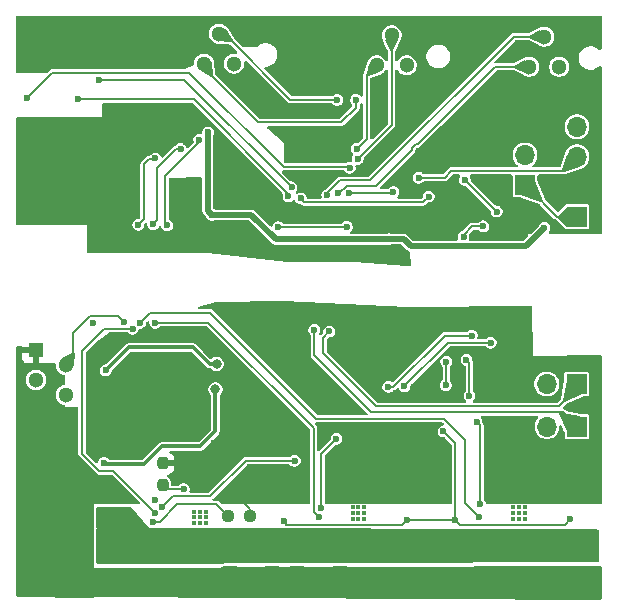
<source format=gbr>
%TF.GenerationSoftware,KiCad,Pcbnew,9.0.5-9.0.5~ubuntu24.04.1*%
%TF.CreationDate,2025-11-10T23:19:34+02:00*%
%TF.ProjectId,picr_1_9tdi,70696372-5f31-45f3-9974-64692e6b6963,1*%
%TF.SameCoordinates,Original*%
%TF.FileFunction,Copper,L4,Bot*%
%TF.FilePolarity,Positive*%
%FSLAX46Y46*%
G04 Gerber Fmt 4.6, Leading zero omitted, Abs format (unit mm)*
G04 Created by KiCad (PCBNEW 9.0.5-9.0.5~ubuntu24.04.1) date 2025-11-10 23:19:34*
%MOMM*%
%LPD*%
G01*
G04 APERTURE LIST*
G04 Aperture macros list*
%AMRoundRect*
0 Rectangle with rounded corners*
0 $1 Rounding radius*
0 $2 $3 $4 $5 $6 $7 $8 $9 X,Y pos of 4 corners*
0 Add a 4 corners polygon primitive as box body*
4,1,4,$2,$3,$4,$5,$6,$7,$8,$9,$2,$3,0*
0 Add four circle primitives for the rounded corners*
1,1,$1+$1,$2,$3*
1,1,$1+$1,$4,$5*
1,1,$1+$1,$6,$7*
1,1,$1+$1,$8,$9*
0 Add four rect primitives between the rounded corners*
20,1,$1+$1,$2,$3,$4,$5,0*
20,1,$1+$1,$4,$5,$6,$7,0*
20,1,$1+$1,$6,$7,$8,$9,0*
20,1,$1+$1,$8,$9,$2,$3,0*%
G04 Aperture macros list end*
%TA.AperFunction,ComponentPad*%
%ADD10R,1.300000X1.300000*%
%TD*%
%TA.AperFunction,ComponentPad*%
%ADD11C,1.300000*%
%TD*%
%TA.AperFunction,ComponentPad*%
%ADD12R,1.700000X1.700000*%
%TD*%
%TA.AperFunction,ComponentPad*%
%ADD13O,1.700000X1.700000*%
%TD*%
%TA.AperFunction,HeatsinkPad*%
%ADD14O,1.600000X0.900000*%
%TD*%
%TA.AperFunction,SMDPad,CuDef*%
%ADD15RoundRect,0.250000X-0.475000X0.337500X-0.475000X-0.337500X0.475000X-0.337500X0.475000X0.337500X0*%
%TD*%
%TA.AperFunction,SMDPad,CuDef*%
%ADD16RoundRect,0.237500X-0.237500X0.300000X-0.237500X-0.300000X0.237500X-0.300000X0.237500X0.300000X0*%
%TD*%
%TA.AperFunction,SMDPad,CuDef*%
%ADD17RoundRect,0.237500X0.237500X-0.250000X0.237500X0.250000X-0.237500X0.250000X-0.237500X-0.250000X0*%
%TD*%
%TA.AperFunction,SMDPad,CuDef*%
%ADD18RoundRect,0.237500X-0.250000X-0.237500X0.250000X-0.237500X0.250000X0.237500X-0.250000X0.237500X0*%
%TD*%
%TA.AperFunction,ViaPad*%
%ADD19C,0.600000*%
%TD*%
%TA.AperFunction,ViaPad*%
%ADD20C,0.400000*%
%TD*%
%TA.AperFunction,ViaPad*%
%ADD21C,0.800000*%
%TD*%
%TA.AperFunction,Conductor*%
%ADD22C,0.200000*%
%TD*%
%TA.AperFunction,Conductor*%
%ADD23C,0.300000*%
%TD*%
%TA.AperFunction,Conductor*%
%ADD24C,0.500000*%
%TD*%
G04 APERTURE END LIST*
D10*
%TO.P,U11,1,1*%
%TO.N,GND_MCU*%
X115375000Y-69300000D03*
D11*
%TO.P,U11,2,2*%
%TO.N,+3.3V*%
X114105000Y-71840000D03*
%TO.P,U11,3,3*%
%TO.N,/E_M3_A*%
X112835000Y-69300000D03*
%TO.P,U11,4,4*%
%TO.N,/E_M3_B*%
X111565000Y-71840000D03*
%TD*%
D10*
%TO.P,U9,1,1*%
%TO.N,GND_MCU*%
X102455000Y-69180000D03*
D11*
%TO.P,U9,2,2*%
%TO.N,+3.3V*%
X101185000Y-71720000D03*
%TO.P,U9,3,3*%
%TO.N,/E_M1_A*%
X99915000Y-69180000D03*
%TO.P,U9,4,4*%
%TO.N,/E_M1_B*%
X98645000Y-71720000D03*
%TD*%
D10*
%TO.P,U15,1,1*%
%TO.N,GND_MOT*%
X69800000Y-95810000D03*
D11*
%TO.P,U15,2,2*%
%TO.N,/PWM_TH_O*%
X72340000Y-97080000D03*
%TO.P,U15,3,3*%
%TO.N,unconnected-(U15-Pad3)*%
X69800000Y-98350000D03*
%TO.P,U15,4,4*%
%TO.N,unconnected-(U15-Pad4)*%
X72340000Y-99620000D03*
%TD*%
D12*
%TO.P,J4,1,Pin_1*%
%TO.N,/PWM_GRB_O*%
X115600000Y-102300000D03*
D13*
%TO.P,J4,2,Pin_2*%
%TO.N,/5V_MOT*%
X113060000Y-102300000D03*
%TO.P,J4,3,Pin_3*%
%TO.N,GND_MOT*%
X110520000Y-102300000D03*
%TD*%
D14*
%TO.P,J1,6,Shield*%
%TO.N,GND_MCU*%
X69500000Y-77700000D03*
X69500000Y-84300000D03*
%TD*%
D12*
%TO.P,J3,1,Pin_1*%
%TO.N,/GLo*%
X115600000Y-84540000D03*
D13*
%TO.P,J3,2,Pin_2*%
%TO.N,GND_MCU*%
X115600000Y-82000000D03*
%TO.P,J3,3,Pin_3*%
%TO.N,/IR_RX*%
X115600000Y-79460000D03*
%TO.P,J3,4,Pin_4*%
%TO.N,+3.3V*%
X115600000Y-76920000D03*
%TD*%
D12*
%TO.P,J6,1,Pin_1*%
%TO.N,/PWM_ANG_O*%
X115580000Y-98700000D03*
D13*
%TO.P,J6,2,Pin_2*%
%TO.N,/5V_MOT*%
X113040000Y-98700000D03*
%TO.P,J6,3,Pin_3*%
%TO.N,GND_MOT*%
X110500000Y-98700000D03*
%TD*%
D10*
%TO.P,U10,1,1*%
%TO.N,GND_MCU*%
X87845000Y-69035000D03*
D11*
%TO.P,U10,2,2*%
%TO.N,+3.3V*%
X86575000Y-71575000D03*
%TO.P,U10,3,3*%
%TO.N,/E_M2_A*%
X85305000Y-69035000D03*
%TO.P,U10,4,4*%
%TO.N,/E_M2_B*%
X84035000Y-71575000D03*
%TD*%
D12*
%TO.P,J5,1,Pin_1*%
%TO.N,/GLo*%
X111200000Y-81850000D03*
D13*
%TO.P,J5,2,Pin_2*%
%TO.N,/IR_TX*%
X111200000Y-79310000D03*
%TD*%
D15*
%TO.P,C2,1*%
%TO.N,/VBAT*%
X89800000Y-112662500D03*
%TO.P,C2,2*%
%TO.N,GND_MOT*%
X89800000Y-114737500D03*
%TD*%
%TO.P,C15,1*%
%TO.N,/VBAT*%
X103100000Y-112762500D03*
%TO.P,C15,2*%
%TO.N,GND_MOT*%
X103100000Y-114837500D03*
%TD*%
%TO.P,C4,1*%
%TO.N,/VBAT*%
X78100000Y-112937500D03*
%TO.P,C4,2*%
%TO.N,GND_MOT*%
X78100000Y-115012500D03*
%TD*%
%TO.P,C29,1*%
%TO.N,/VBAT*%
X116500000Y-112862500D03*
%TO.P,C29,2*%
%TO.N,GND_MOT*%
X116500000Y-114937500D03*
%TD*%
%TO.P,C23,1*%
%TO.N,/VBAT*%
X105100000Y-112762500D03*
%TO.P,C23,2*%
%TO.N,GND_MOT*%
X105100000Y-114837500D03*
%TD*%
D16*
%TO.P,C20,1*%
%TO.N,/VBAT*%
X101300000Y-113162500D03*
%TO.P,C20,2*%
%TO.N,GND_MOT*%
X101300000Y-114887500D03*
%TD*%
D15*
%TO.P,C17,1*%
%TO.N,/VBAT*%
X99500000Y-112725000D03*
%TO.P,C17,2*%
%TO.N,GND_MOT*%
X99500000Y-114800000D03*
%TD*%
D16*
%TO.P,C30,1*%
%TO.N,/VBAT*%
X114737500Y-113275000D03*
%TO.P,C30,2*%
%TO.N,GND_MOT*%
X114737500Y-115000000D03*
%TD*%
D15*
%TO.P,C13,1*%
%TO.N,/VBAT*%
X95500000Y-112662500D03*
%TO.P,C13,2*%
%TO.N,GND_MOT*%
X95500000Y-114737500D03*
%TD*%
D16*
%TO.P,C9,1*%
%TO.N,/VBAT*%
X88000000Y-113062500D03*
%TO.P,C9,2*%
%TO.N,GND_MOT*%
X88000000Y-114787500D03*
%TD*%
D15*
%TO.P,C14,1*%
%TO.N,/VBAT*%
X91900000Y-112662500D03*
%TO.P,C14,2*%
%TO.N,GND_MOT*%
X91900000Y-114737500D03*
%TD*%
D16*
%TO.P,C31,1*%
%TO.N,/VBAT*%
X106900000Y-113137500D03*
%TO.P,C31,2*%
%TO.N,GND_MOT*%
X106900000Y-114862500D03*
%TD*%
D15*
%TO.P,C1,1*%
%TO.N,/VBAT*%
X86200000Y-112662500D03*
%TO.P,C1,2*%
%TO.N,GND_MOT*%
X86200000Y-114737500D03*
%TD*%
D16*
%TO.P,C19,1*%
%TO.N,/VBAT*%
X93700000Y-113062500D03*
%TO.P,C19,2*%
%TO.N,GND_MOT*%
X93700000Y-114787500D03*
%TD*%
D15*
%TO.P,C3,1*%
%TO.N,/VBAT*%
X81700000Y-112937500D03*
%TO.P,C3,2*%
%TO.N,GND_MOT*%
X81700000Y-115012500D03*
%TD*%
D16*
%TO.P,C7,1*%
%TO.N,/VBAT*%
X79900000Y-113037500D03*
%TO.P,C7,2*%
%TO.N,GND_MOT*%
X79900000Y-114762500D03*
%TD*%
D15*
%TO.P,C28,1*%
%TO.N,/VBAT*%
X113000000Y-112862500D03*
%TO.P,C28,2*%
%TO.N,GND_MOT*%
X113000000Y-114937500D03*
%TD*%
%TO.P,C26,1*%
%TO.N,/VBAT*%
X108700000Y-112737500D03*
%TO.P,C26,2*%
%TO.N,GND_MOT*%
X108700000Y-114812500D03*
%TD*%
D17*
%TO.P,R2,1*%
%TO.N,Net-(U1-SR)*%
X80550000Y-107250000D03*
%TO.P,R2,2*%
%TO.N,GND_MOT*%
X80550000Y-105425000D03*
%TD*%
D18*
%TO.P,R3,1*%
%TO.N,Net-(U1-DRVOFF)*%
X86100000Y-109900000D03*
%TO.P,R3,2*%
%TO.N,GND_MOT*%
X87925000Y-109900000D03*
%TD*%
D19*
%TO.N,GND_MCU*%
X82370000Y-81670000D03*
%TO.N,GND_MOT*%
X79200000Y-94800000D03*
D20*
X110700000Y-109600000D03*
D19*
X97200000Y-115600000D03*
X105600000Y-98800000D03*
X82410000Y-102680000D03*
D20*
X110200000Y-110100000D03*
D19*
X94400000Y-116300000D03*
X71100000Y-115650000D03*
X100000000Y-116300000D03*
D20*
X111200000Y-110100000D03*
D19*
X96500000Y-114900000D03*
X75050000Y-115650000D03*
X109900000Y-116300000D03*
X103080000Y-107640000D03*
X85650000Y-103710000D03*
X87600000Y-103000000D03*
X83090000Y-102700000D03*
X82200000Y-94100000D03*
X81040000Y-102650000D03*
D20*
X96600000Y-109100000D03*
D19*
X69300000Y-114400000D03*
X82350000Y-105100000D03*
X107800000Y-116300000D03*
X74525000Y-107575000D03*
X109050000Y-105550000D03*
X70200000Y-115650000D03*
X101425000Y-93171000D03*
X96800000Y-100900000D03*
D20*
X97600000Y-110100000D03*
D19*
X69300000Y-115650000D03*
X84400000Y-116300000D03*
D20*
X97100000Y-109100000D03*
D19*
X80360000Y-101890000D03*
D20*
X83200000Y-110000000D03*
D19*
X68400000Y-95800000D03*
D20*
X83700000Y-110000000D03*
D19*
X111300000Y-115600000D03*
X79200000Y-103400000D03*
X73730735Y-105479265D03*
X79870000Y-108490000D03*
D20*
X97600000Y-109600000D03*
D19*
X98225000Y-96325000D03*
X83100000Y-101930000D03*
X82000000Y-106200000D03*
X89490000Y-107600000D03*
X97900000Y-115600000D03*
D20*
X110700000Y-110100000D03*
D19*
X97900000Y-114900000D03*
X109900000Y-115600000D03*
X91090000Y-106450000D03*
X89560000Y-100660000D03*
X83700000Y-116300000D03*
X92080000Y-103500000D03*
X74660000Y-96390000D03*
X111300000Y-116300000D03*
D20*
X83700000Y-110500000D03*
D19*
X80350000Y-102640000D03*
X97130000Y-107220000D03*
X83000000Y-114900000D03*
X110600000Y-114900000D03*
X99510000Y-102680000D03*
X75050000Y-99150000D03*
X88680000Y-92240000D03*
X75100000Y-114550000D03*
X98600000Y-98700000D03*
X70200000Y-114400000D03*
X108600000Y-98750000D03*
X80900000Y-116300000D03*
D20*
X83200000Y-110500000D03*
D19*
X95800000Y-116300000D03*
X109200000Y-116300000D03*
X81720000Y-102670000D03*
D20*
X110200000Y-109100000D03*
D19*
X96500000Y-116300000D03*
D20*
X110200000Y-109600000D03*
X97600000Y-109100000D03*
D19*
X81700000Y-104800000D03*
X97200000Y-114900000D03*
D20*
X111200000Y-109600000D03*
D19*
X98600000Y-116300000D03*
X83000000Y-115600000D03*
X102330000Y-102720000D03*
X87450000Y-92230000D03*
X99300000Y-116300000D03*
X115500000Y-100400000D03*
X85100000Y-116300000D03*
X86600000Y-108000000D03*
X110600000Y-116300000D03*
X83790000Y-102690000D03*
X84400000Y-107500000D03*
X109900000Y-114900000D03*
X109012500Y-95887500D03*
X85875000Y-108000000D03*
X81700000Y-105450000D03*
X85800000Y-116300000D03*
X93000000Y-97700000D03*
X110600000Y-115600000D03*
X71100000Y-114400000D03*
X83700000Y-115600000D03*
X72000000Y-115650000D03*
D20*
X96600000Y-109600000D03*
X110700000Y-109100000D03*
D19*
X97900000Y-116300000D03*
X108500000Y-116300000D03*
D20*
X96600000Y-110100000D03*
X97100000Y-109600000D03*
D19*
X90600000Y-97300000D03*
X97200000Y-116300000D03*
X81050000Y-101910000D03*
X102730000Y-98990000D03*
X84880000Y-103720000D03*
X81600000Y-116300000D03*
X96500000Y-115600000D03*
X104500000Y-106180000D03*
X70060000Y-101150000D03*
D20*
X97100000Y-110100000D03*
D19*
X115500000Y-104500000D03*
X82650000Y-106550000D03*
X112620000Y-105600000D03*
X86440000Y-103700000D03*
X98200000Y-93600000D03*
X116350000Y-96750000D03*
D20*
X84200000Y-109500000D03*
D19*
X82300000Y-116300000D03*
D20*
X111200000Y-109100000D03*
D19*
X115100000Y-96750000D03*
X113950000Y-96750000D03*
X113400000Y-116300000D03*
X94050000Y-102950000D03*
X82410000Y-101930000D03*
X82000000Y-106850000D03*
X86500000Y-116300000D03*
X79800000Y-103700000D03*
X84400000Y-114900000D03*
X92700000Y-106220000D03*
X72000000Y-114400000D03*
D20*
X83700000Y-109500000D03*
X84200000Y-110500000D03*
D19*
X93600000Y-100400000D03*
X75890000Y-107780000D03*
D20*
X83200000Y-109500000D03*
D19*
X83770000Y-101950000D03*
X100730000Y-106060000D03*
X87230000Y-103670000D03*
X79200000Y-104000000D03*
X108700000Y-102350000D03*
X111300000Y-114900000D03*
X95100000Y-116300000D03*
X83000000Y-116300000D03*
X74660000Y-93540000D03*
X87600000Y-102100000D03*
X81730000Y-101920000D03*
D20*
X84200000Y-110000000D03*
D19*
X92500000Y-96500000D03*
X112000000Y-116300000D03*
X83700000Y-114900000D03*
X85325000Y-92200000D03*
X112700000Y-116300000D03*
X84400000Y-115600000D03*
%TO.N,/VBAT*%
X92700000Y-111600000D03*
X77625000Y-109425000D03*
X87075000Y-111550000D03*
X115300000Y-111600000D03*
X75600000Y-110800000D03*
X100600000Y-111600000D03*
X80400000Y-111800000D03*
X105000000Y-111600000D03*
X76600000Y-109400000D03*
X101750000Y-111575000D03*
X107300000Y-111600000D03*
X78100000Y-111800000D03*
X76600000Y-110800000D03*
X93800000Y-111600000D03*
X75600000Y-112300000D03*
X102825000Y-111575000D03*
X91500000Y-111600000D03*
X116400000Y-111600000D03*
X88275000Y-111550000D03*
X89450000Y-111550000D03*
X75600000Y-109400000D03*
X114100000Y-111600000D03*
X106200000Y-111600000D03*
X77625000Y-110475000D03*
X79300000Y-111800000D03*
X76600000Y-112300000D03*
%TO.N,GND_MCU*%
X85000000Y-87100000D03*
X73070000Y-70790000D03*
X98480240Y-85119760D03*
X100850000Y-84950000D03*
X73300000Y-82300000D03*
X74660000Y-85200000D03*
X103840000Y-80490000D03*
X73475000Y-77700000D03*
X113350000Y-78100000D03*
X109770000Y-75170000D03*
X88330000Y-82740000D03*
X79850000Y-70600000D03*
X82540000Y-78170000D03*
X75640000Y-82630000D03*
X108810000Y-79950000D03*
X87300000Y-74000000D03*
X109550000Y-71200000D03*
X73200000Y-84200000D03*
X91800000Y-77200000D03*
X78400000Y-76750000D03*
X108810000Y-82100000D03*
X95275000Y-69300000D03*
X113850000Y-74400000D03*
X102020000Y-86210000D03*
X89674265Y-74825735D03*
X70950000Y-79900000D03*
X76150000Y-75570000D03*
X96918425Y-85502377D03*
X117350000Y-85400000D03*
X96500000Y-77850000D03*
X98900000Y-74750000D03*
X71000000Y-82300000D03*
X117350000Y-80150000D03*
X70775000Y-77700000D03*
X70725000Y-84275000D03*
X87800000Y-72500000D03*
X81875000Y-84700000D03*
X99750000Y-78800000D03*
X98940000Y-70430000D03*
X109700000Y-84350000D03*
X91900000Y-78700000D03*
X105975000Y-82675000D03*
X113400000Y-81350000D03*
X86500000Y-85425000D03*
X116981568Y-69294576D03*
X91300000Y-87200000D03*
X78300000Y-69100000D03*
X100250000Y-87800000D03*
X117350000Y-82000000D03*
X110700000Y-68250000D03*
X94600000Y-73900000D03*
X93000000Y-81400000D03*
X102230000Y-78990000D03*
X69280000Y-70700000D03*
X89550000Y-69000000D03*
X71810000Y-70710000D03*
X82890000Y-75760000D03*
X95000000Y-72250000D03*
X102070000Y-82600000D03*
X117000000Y-74400000D03*
X104150000Y-69150000D03*
X105400000Y-76200000D03*
D21*
%TO.N,/5V_MOT*%
X85100000Y-97000000D03*
D19*
X75550000Y-105400000D03*
X75700000Y-97540000D03*
D21*
X85000000Y-99150000D03*
D19*
%TO.N,+3.3V*%
X84375000Y-77400000D03*
X99700000Y-86425000D03*
X84700000Y-84380000D03*
X112850000Y-85470000D03*
%TO.N,/NRST*%
X69000000Y-74510000D03*
X96362528Y-80388943D03*
%TO.N,/IR_RX*%
X102200000Y-81225000D03*
%TO.N,/PWM_GRB_O*%
X93360000Y-94120000D03*
%TO.N,/PWM_ANG_O*%
X94630000Y-94250000D03*
%TO.N,Net-(U1-SR)*%
X82300000Y-107600000D03*
%TO.N,Net-(U1-DRVOFF)*%
X79677200Y-110384579D03*
%TO.N,Net-(U7-PB8)*%
X96125000Y-85400000D03*
X90310000Y-85425000D03*
%TO.N,/PWM_M1_O*%
X77987851Y-94014579D03*
X79885421Y-109612149D03*
%TO.N,/M1_DIR_O*%
X108300000Y-95200000D03*
X80500000Y-109100000D03*
X101000000Y-98900000D03*
X91700000Y-105200000D03*
%TO.N,/M_NSLEEP_O*%
X104300000Y-102700000D03*
X90796979Y-110335723D03*
X104540000Y-96800000D03*
X104500000Y-98800000D03*
X105300000Y-110208038D03*
X115000000Y-110150000D03*
X101200000Y-110250000D03*
%TO.N,/PWM_M2_O*%
X93800000Y-109999685D03*
X79900707Y-93500706D03*
%TO.N,/M2_DIR_O*%
X99634313Y-98934313D03*
X95240000Y-103328626D03*
X93931587Y-109210579D03*
X106700000Y-94600000D03*
%TO.N,/M3_DIR_O*%
X107100000Y-101900000D03*
X107400000Y-108900000D03*
X106250000Y-96650000D03*
X106500000Y-99700000D03*
%TO.N,/PWM_M3_O*%
X107300000Y-109999685D03*
X78609659Y-93511232D03*
%TO.N,/E_M3_A*%
X94475000Y-82700000D03*
%TO.N,/PWM_M3_I*%
X78470000Y-85210000D03*
X79900000Y-79600000D03*
%TO.N,/SWCLK*%
X73400000Y-74580000D03*
X91175000Y-82800000D03*
%TO.N,/E_M1_A*%
X97060000Y-79625000D03*
%TO.N,/MCU_LED*%
X103050000Y-82825000D03*
X92225000Y-82990000D03*
%TO.N,/E_M2_A*%
X95300000Y-74650000D03*
%TO.N,/E_M3_B*%
X95411765Y-82561765D03*
%TO.N,/PWM_M2_I*%
X82048846Y-78801484D03*
X79720000Y-85180000D03*
%TO.N,/M3_DIR_I*%
X106000000Y-86250000D03*
X107680000Y-85350000D03*
%TO.N,/SWDIO*%
X75150000Y-72960000D03*
X91435636Y-82043645D03*
%TO.N,/M1_DIR_I*%
X108800000Y-84100000D03*
X106113235Y-81411765D03*
%TO.N,/PWM_M1_I*%
X80908883Y-85263162D03*
X83625000Y-78010000D03*
%TO.N,/E_M2_B*%
X96900000Y-74650000D03*
%TO.N,/M_NSLEEP_I*%
X100050000Y-82450000D03*
X96300000Y-82562765D03*
%TO.N,/E_M1_B*%
X96960000Y-78800000D03*
%TO.N,/PWM_TH_O*%
X77250000Y-93414579D03*
%TD*%
D22*
%TO.N,GND_MOT*%
X87925000Y-109325000D02*
X87925000Y-109900000D01*
X86600000Y-108000000D02*
X87925000Y-109325000D01*
%TO.N,GND_MCU*%
X69500000Y-84300000D02*
X70100000Y-84300000D01*
D23*
%TO.N,/5V_MOT*%
X78920654Y-105500000D02*
X80430654Y-103990000D01*
X77640000Y-95600000D02*
X83100000Y-95600000D01*
X84500000Y-97000000D02*
X85100000Y-97000000D01*
X75650000Y-105500000D02*
X78920654Y-105500000D01*
X80430654Y-103990000D02*
X83689346Y-103990000D01*
X83100000Y-95600000D02*
X84500000Y-97000000D01*
X85000000Y-102679346D02*
X85000000Y-99150000D01*
X83689346Y-103990000D02*
X85000000Y-102679346D01*
X75550000Y-105400000D02*
X75650000Y-105500000D01*
X75700000Y-97540000D02*
X77640000Y-95600000D01*
X85000000Y-99150000D02*
X85100000Y-99250000D01*
D24*
%TO.N,+3.3V*%
X84375000Y-77400000D02*
X84375000Y-80725000D01*
X99700000Y-86425000D02*
X99675000Y-86450000D01*
X101525000Y-87025000D02*
X111295000Y-87025000D01*
X84630000Y-84310000D02*
X84700000Y-84380000D01*
X84350000Y-82965000D02*
X84350000Y-80750000D01*
X100925000Y-86425000D02*
X101525000Y-87025000D01*
X111295000Y-87025000D02*
X112850000Y-85470000D01*
X99700000Y-86425000D02*
X100925000Y-86425000D01*
X88030000Y-84380000D02*
X84700000Y-84380000D01*
X90100000Y-86450000D02*
X88030000Y-84380000D01*
X99675000Y-86450000D02*
X90100000Y-86450000D01*
X84350000Y-82965000D02*
X84350000Y-84030000D01*
X84350000Y-84030000D02*
X84700000Y-84380000D01*
D22*
%TO.N,/NRST*%
X71180000Y-72330000D02*
X69000000Y-74510000D01*
X90763235Y-80313235D02*
X82780000Y-72330000D01*
X96286820Y-80313235D02*
X90763235Y-80313235D01*
X82780000Y-72330000D02*
X71180000Y-72330000D01*
X96362528Y-80388943D02*
X96286820Y-80313235D01*
%TO.N,/IR_RX*%
X114409265Y-80650735D02*
X115600000Y-79460000D01*
X104974265Y-80650735D02*
X114409265Y-80650735D01*
X104400000Y-81225000D02*
X104974265Y-80650735D01*
X102200000Y-81225000D02*
X104400000Y-81225000D01*
%TO.N,/PWM_GRB_O*%
X93360000Y-94120000D02*
X93360000Y-96260000D01*
X114400000Y-101100000D02*
X115600000Y-102300000D01*
X93360000Y-96260000D02*
X98200000Y-101100000D01*
X98200000Y-101100000D02*
X114400000Y-101100000D01*
%TO.N,/PWM_ANG_O*%
X94630000Y-94250000D02*
X94100000Y-94780000D01*
X98575000Y-100575000D02*
X114075000Y-100575000D01*
X94100000Y-94780000D02*
X94100000Y-96100000D01*
X114075000Y-100575000D02*
X115600000Y-99050000D01*
X115600000Y-99050000D02*
X115600000Y-98600000D01*
X94100000Y-96100000D02*
X98575000Y-100575000D01*
%TO.N,Net-(U1-SR)*%
X82300000Y-107600000D02*
X80900000Y-107600000D01*
X80900000Y-107600000D02*
X80550000Y-107250000D01*
X82300000Y-107600000D02*
X82200000Y-107500000D01*
%TO.N,Net-(U1-DRVOFF)*%
X80265421Y-110384579D02*
X79677200Y-110384579D01*
X85075000Y-108875000D02*
X81775000Y-108875000D01*
X79677200Y-110384579D02*
X79761779Y-110300000D01*
X81775000Y-108875000D02*
X80265421Y-110384579D01*
X86100000Y-109900000D02*
X85075000Y-108875000D01*
X79692621Y-110400000D02*
X79677200Y-110384579D01*
%TO.N,Net-(U7-PB8)*%
X90310000Y-85425000D02*
X96100000Y-85425000D01*
X96100000Y-85425000D02*
X96125000Y-85400000D01*
%TO.N,/PWM_M1_O*%
X75585421Y-94014579D02*
X77987851Y-94014579D01*
X75175000Y-106075000D02*
X73700000Y-104600000D01*
X79885421Y-109612149D02*
X76348272Y-106075000D01*
X73700000Y-104600000D02*
X73700000Y-95900000D01*
X76348272Y-106075000D02*
X75175000Y-106075000D01*
X73700000Y-95900000D02*
X75585421Y-94014579D01*
%TO.N,/M1_DIR_O*%
X101000000Y-98890057D02*
X104690057Y-95200000D01*
X84550000Y-108200000D02*
X81400000Y-108200000D01*
X87550000Y-105200000D02*
X84550000Y-108200000D01*
X91700000Y-105200000D02*
X87550000Y-105200000D01*
X101000000Y-98900000D02*
X101000000Y-98890057D01*
X81400000Y-108200000D02*
X80500000Y-109100000D01*
X104690057Y-95200000D02*
X108300000Y-95200000D01*
%TO.N,/M_NSLEEP_O*%
X104540000Y-98760000D02*
X104500000Y-98800000D01*
X101200000Y-110250000D02*
X100813500Y-110636500D01*
X105258038Y-110250000D02*
X105300000Y-110208038D01*
X105300000Y-103700000D02*
X104300000Y-102700000D01*
X105692647Y-110600685D02*
X114549315Y-110600685D01*
X100813500Y-110636500D02*
X90970502Y-110636500D01*
X101200000Y-110250000D02*
X105258038Y-110250000D01*
X105300000Y-110208038D02*
X105692647Y-110600685D01*
X90970502Y-110636500D02*
X90934002Y-110600000D01*
X114549315Y-110600685D02*
X115000000Y-110150000D01*
X90934002Y-110472746D02*
X90796979Y-110335723D01*
X105300000Y-110208038D02*
X105300000Y-103700000D01*
X90934002Y-110600000D02*
X90934002Y-110472746D01*
X104540000Y-96800000D02*
X104540000Y-98760000D01*
%TO.N,/PWM_M2_O*%
X93300000Y-102400000D02*
X93300000Y-109499685D01*
X79900707Y-93500706D02*
X79901413Y-93500000D01*
X84400000Y-93500000D02*
X93300000Y-102400000D01*
X79901413Y-93500000D02*
X84400000Y-93500000D01*
X93300000Y-109499685D02*
X93800000Y-109999685D01*
%TO.N,/M2_DIR_O*%
X93931587Y-104637039D02*
X93931587Y-109210579D01*
X104400000Y-94600000D02*
X100065687Y-98934313D01*
X95240000Y-103328626D02*
X93931587Y-104637039D01*
X100065687Y-98934313D02*
X99634313Y-98934313D01*
X106700000Y-94600000D02*
X104400000Y-94600000D01*
%TO.N,/M3_DIR_O*%
X106500000Y-96900000D02*
X106500000Y-99700000D01*
X107400000Y-108900000D02*
X107400000Y-102200000D01*
X107400000Y-102200000D02*
X107100000Y-101900000D01*
X106250000Y-96650000D02*
X106500000Y-96900000D01*
%TO.N,/PWM_M3_O*%
X106100000Y-108799685D02*
X107300000Y-109999685D01*
X78609659Y-93511232D02*
X78711232Y-93511232D01*
X78609659Y-93511232D02*
X79470891Y-92650000D01*
X93550000Y-101650000D02*
X104350000Y-101650000D01*
X106100000Y-103400000D02*
X106100000Y-108799685D01*
X84550000Y-92650000D02*
X93550000Y-101650000D01*
X79470891Y-92650000D02*
X84550000Y-92650000D01*
X104350000Y-101650000D02*
X106100000Y-103400000D01*
%TO.N,/E_M3_A*%
X98100000Y-81450000D02*
X110250000Y-69300000D01*
X110250000Y-69300000D02*
X112835000Y-69300000D01*
X94475000Y-82700000D02*
X94475000Y-82525000D01*
X94475000Y-82525000D02*
X95550000Y-81450000D01*
X95550000Y-81450000D02*
X98100000Y-81450000D01*
%TO.N,/PWM_M3_I*%
X79840000Y-79660000D02*
X79380000Y-79660000D01*
X78950000Y-84730000D02*
X78470000Y-85210000D01*
X79900000Y-79600000D02*
X79840000Y-79660000D01*
X79380000Y-79660000D02*
X78950000Y-80090000D01*
X78950000Y-80090000D02*
X78950000Y-84730000D01*
%TO.N,/SWCLK*%
X91100056Y-82800000D02*
X91175000Y-82800000D01*
X90834636Y-82234636D02*
X90834636Y-82292588D01*
X91175000Y-82632952D02*
X91175000Y-82800000D01*
X73400000Y-74580000D02*
X83180000Y-74580000D01*
X90834636Y-82292588D02*
X91175000Y-82632952D01*
X83180000Y-74580000D02*
X90834636Y-82234636D01*
%TO.N,/E_M1_A*%
X99915000Y-69180000D02*
X99915000Y-76770000D01*
X99915000Y-76770000D02*
X97060000Y-79625000D01*
%TO.N,/MCU_LED*%
X92225000Y-82990000D02*
X92390000Y-82990000D01*
X92225000Y-82990000D02*
X92535000Y-83300000D01*
X102575000Y-83300000D02*
X103050000Y-82825000D01*
X92535000Y-83300000D02*
X102575000Y-83300000D01*
%TO.N,/E_M2_A*%
X85285000Y-69150000D02*
X85850000Y-69150000D01*
X85305000Y-69035000D02*
X85887951Y-69035000D01*
X91350000Y-74650000D02*
X95300000Y-74650000D01*
X85850000Y-69150000D02*
X91350000Y-74650000D01*
%TO.N,/E_M3_B*%
X95438235Y-82561765D02*
X96100000Y-81900000D01*
X96100000Y-81900000D02*
X98600000Y-81900000D01*
X98600000Y-81900000D02*
X101629000Y-78871000D01*
X95411765Y-82488235D02*
X95411765Y-82561765D01*
X95411765Y-82561765D02*
X95438235Y-82561765D01*
X108660000Y-71840000D02*
X111565000Y-71840000D01*
X101629000Y-78871000D02*
X101629000Y-78741057D01*
X101981057Y-78389000D02*
X102111000Y-78389000D01*
X101629000Y-78741057D02*
X101981057Y-78389000D01*
X102111000Y-78389000D02*
X108660000Y-71840000D01*
%TO.N,/M3_DIR_I*%
X106000000Y-86250000D02*
X106000000Y-86050000D01*
X106700000Y-85350000D02*
X107680000Y-85350000D01*
X106000000Y-86050000D02*
X106700000Y-85350000D01*
%TO.N,/SWDIO*%
X82320000Y-72960000D02*
X82351991Y-72960000D01*
X91435636Y-82043645D02*
X91393645Y-82043645D01*
X82320000Y-72960000D02*
X75150000Y-72960000D01*
X82351991Y-72960000D02*
X91435636Y-82043645D01*
%TO.N,/M1_DIR_I*%
X108475000Y-83775000D02*
X108475000Y-83773530D01*
X108475000Y-83773530D02*
X106113235Y-81411765D01*
X108800000Y-84100000D02*
X108475000Y-83775000D01*
%TO.N,/E_M2_B*%
X88624943Y-76549943D02*
X84035000Y-71960000D01*
X95650000Y-76549943D02*
X88624943Y-76549943D01*
X84035000Y-71960000D02*
X84035000Y-71575000D01*
X96900000Y-75299943D02*
X95650000Y-76549943D01*
X96900000Y-74650000D02*
X96900000Y-75299943D01*
X96900000Y-74650000D02*
X96850000Y-74700000D01*
%TO.N,/M_NSLEEP_I*%
X100050000Y-82450000D02*
X100000000Y-82500000D01*
X96362765Y-82500000D02*
X96300000Y-82562765D01*
X100000000Y-82500000D02*
X96362765Y-82500000D01*
%TO.N,/E_M1_B*%
X97800000Y-77960000D02*
X96960000Y-78800000D01*
X97800000Y-72565000D02*
X97800000Y-77960000D01*
X98645000Y-71720000D02*
X97800000Y-72565000D01*
%TO.N,/PWM_TH_O*%
X76774421Y-92939000D02*
X74411057Y-92939000D01*
X74411057Y-92939000D02*
X72970000Y-94380057D01*
X72970000Y-94380057D02*
X72970000Y-96450000D01*
X72970000Y-96450000D02*
X72340000Y-97080000D01*
X77250000Y-93414579D02*
X76774421Y-92939000D01*
%TO.N,/GLo*%
X113940000Y-84540000D02*
X115600000Y-84540000D01*
X111250000Y-81850000D02*
X113940000Y-84540000D01*
X111200000Y-81850000D02*
X111250000Y-81850000D01*
%TO.N,/PWM_M2_I*%
X82048846Y-78801484D02*
X81698516Y-78801484D01*
X81698516Y-78801484D02*
X80050000Y-80450000D01*
X80050000Y-80450000D02*
X80050000Y-84850000D01*
X80050000Y-84850000D02*
X79720000Y-85180000D01*
%TO.N,/PWM_M1_I*%
X80908883Y-85263162D02*
X80908883Y-85128883D01*
X80750000Y-84970000D02*
X80750000Y-81080000D01*
X80750000Y-81080000D02*
X83500000Y-78330000D01*
X83500000Y-78330000D02*
X83500000Y-78135000D01*
X80908883Y-85128883D02*
X80750000Y-84970000D01*
X83500000Y-78135000D02*
X83625000Y-78010000D01*
%TD*%
%TA.AperFunction,Conductor*%
%TO.N,GND_MOT*%
G36*
X74700000Y-116738336D02*
G01*
X74700000Y-116774327D01*
X74618492Y-116794659D01*
X74616353Y-116794570D01*
X74614470Y-116795592D01*
X74586658Y-116798333D01*
X68222677Y-116704744D01*
X68155934Y-116684075D01*
X68110960Y-116630604D01*
X68100500Y-116580757D01*
X68100500Y-108900000D01*
X74700000Y-108900000D01*
X74700000Y-116738336D01*
G37*
%TD.AperFunction*%
%TD*%
%TA.AperFunction,Conductor*%
%TO.N,GND_MOT*%
G36*
X117642116Y-114123979D02*
G01*
X117688084Y-114176597D01*
X117699500Y-114228566D01*
X117699500Y-116875238D01*
X117679815Y-116942277D01*
X117627011Y-116988032D01*
X117574745Y-116999236D01*
X74700000Y-116738335D01*
X74700000Y-114278502D01*
X117574997Y-114104567D01*
X117642116Y-114123979D01*
G37*
%TD.AperFunction*%
%TD*%
%TA.AperFunction,Conductor*%
%TO.N,GND_MOT*%
G36*
X68609191Y-95518907D02*
G01*
X68619252Y-95532754D01*
X68621004Y-95531003D01*
X68650001Y-95560000D01*
X69484314Y-95560000D01*
X69479920Y-95564394D01*
X69427259Y-95655606D01*
X69400000Y-95757339D01*
X69400000Y-95862661D01*
X69427259Y-95964394D01*
X69479920Y-96055606D01*
X69484314Y-96060000D01*
X68650001Y-96060000D01*
X68650000Y-96060001D01*
X68650000Y-96507824D01*
X68649999Y-96507824D01*
X68656401Y-96567370D01*
X68656403Y-96567381D01*
X68706646Y-96702088D01*
X68706647Y-96702090D01*
X68792807Y-96817184D01*
X68792815Y-96817192D01*
X68907909Y-96903352D01*
X68907911Y-96903353D01*
X69042618Y-96953596D01*
X69042629Y-96953598D01*
X69102176Y-96960000D01*
X69549999Y-96960000D01*
X69550000Y-96959999D01*
X69550000Y-96125686D01*
X69554394Y-96130080D01*
X69645606Y-96182741D01*
X69747339Y-96210000D01*
X69852661Y-96210000D01*
X69954394Y-96182741D01*
X70045606Y-96130080D01*
X70050000Y-96125686D01*
X70050000Y-96959999D01*
X70050001Y-96960000D01*
X70497824Y-96960000D01*
X70557378Y-96953597D01*
X70561377Y-96952653D01*
X70584142Y-96950000D01*
X71390500Y-96950000D01*
X71448691Y-96968907D01*
X71484655Y-97018407D01*
X71489500Y-97049000D01*
X71489500Y-97163769D01*
X71522183Y-97328079D01*
X71522185Y-97328085D01*
X71586296Y-97482862D01*
X71617181Y-97529084D01*
X71679374Y-97622162D01*
X71797838Y-97740626D01*
X71937137Y-97833703D01*
X72091918Y-97897816D01*
X72171880Y-97913721D01*
X72207376Y-97920782D01*
X72260760Y-97950679D01*
X72286376Y-98006244D01*
X72287052Y-98019274D01*
X72277670Y-98685380D01*
X72257945Y-98743299D01*
X72207944Y-98778562D01*
X72197994Y-98781084D01*
X72091920Y-98802183D01*
X72091914Y-98802185D01*
X71937137Y-98866296D01*
X71797838Y-98959374D01*
X71797834Y-98959377D01*
X71679377Y-99077834D01*
X71679374Y-99077838D01*
X71586296Y-99217137D01*
X71522185Y-99371914D01*
X71522183Y-99371920D01*
X71489500Y-99536230D01*
X71489500Y-99703769D01*
X71522183Y-99868079D01*
X71522185Y-99868085D01*
X71586296Y-100022862D01*
X71617181Y-100069084D01*
X71679374Y-100162162D01*
X71797838Y-100280626D01*
X71937137Y-100373703D01*
X72091918Y-100437816D01*
X72171701Y-100453685D01*
X72225084Y-100483581D01*
X72250701Y-100539146D01*
X72251377Y-100552176D01*
X72249999Y-100649999D01*
X72250000Y-100649999D01*
X72250000Y-100650000D01*
X73300500Y-100650000D01*
X73358691Y-100668907D01*
X73394655Y-100718407D01*
X73399500Y-100749000D01*
X73399500Y-104639564D01*
X73419570Y-104714464D01*
X73419979Y-104715989D01*
X73441363Y-104753027D01*
X73459540Y-104784511D01*
X74934540Y-106259511D01*
X74934539Y-106259511D01*
X74990489Y-106315460D01*
X75059007Y-106355019D01*
X75059011Y-106355021D01*
X75135435Y-106375499D01*
X75135437Y-106375500D01*
X75135438Y-106375500D01*
X76182793Y-106375500D01*
X76240984Y-106394407D01*
X76252797Y-106404496D01*
X78579297Y-108730996D01*
X78607074Y-108785513D01*
X78597503Y-108845945D01*
X78554238Y-108889210D01*
X78509293Y-108900000D01*
X76667758Y-108900000D01*
X76665892Y-108899500D01*
X76534108Y-108899500D01*
X76532242Y-108900000D01*
X75676179Y-108900000D01*
X75668551Y-108899500D01*
X75665892Y-108899500D01*
X75534108Y-108899500D01*
X75531449Y-108899500D01*
X75523821Y-108900000D01*
X71100000Y-108900000D01*
X68100500Y-108900000D01*
X68100500Y-98266230D01*
X68949500Y-98266230D01*
X68949500Y-98433769D01*
X68982183Y-98598079D01*
X68982185Y-98598085D01*
X69046296Y-98752862D01*
X69065154Y-98781084D01*
X69139374Y-98892162D01*
X69257838Y-99010626D01*
X69397137Y-99103703D01*
X69551918Y-99167816D01*
X69716233Y-99200500D01*
X69716234Y-99200500D01*
X69883766Y-99200500D01*
X69883767Y-99200500D01*
X70048082Y-99167816D01*
X70202863Y-99103703D01*
X70342162Y-99010626D01*
X70460626Y-98892162D01*
X70553703Y-98752863D01*
X70617816Y-98598082D01*
X70650500Y-98433767D01*
X70650500Y-98266233D01*
X70617816Y-98101918D01*
X70553703Y-97947137D01*
X70460626Y-97807838D01*
X70342162Y-97689374D01*
X70217220Y-97605890D01*
X70202862Y-97596296D01*
X70048085Y-97532185D01*
X70048079Y-97532183D01*
X69883769Y-97499500D01*
X69883767Y-97499500D01*
X69716233Y-97499500D01*
X69716230Y-97499500D01*
X69551920Y-97532183D01*
X69551914Y-97532185D01*
X69397137Y-97596296D01*
X69257838Y-97689374D01*
X69257834Y-97689377D01*
X69139377Y-97807834D01*
X69139374Y-97807838D01*
X69046296Y-97947137D01*
X68982185Y-98101914D01*
X68982183Y-98101920D01*
X68949500Y-98266230D01*
X68100500Y-98266230D01*
X68100500Y-95599000D01*
X68119407Y-95540809D01*
X68168907Y-95504845D01*
X68199500Y-95500000D01*
X68551000Y-95500000D01*
X68609191Y-95518907D01*
G37*
%TD.AperFunction*%
%TA.AperFunction,Conductor*%
G36*
X79335017Y-93386759D02*
G01*
X79383252Y-93424403D01*
X79400207Y-93479807D01*
X79400207Y-93566598D01*
X79414382Y-93619500D01*
X79434316Y-93693896D01*
X79500203Y-93808015D01*
X79500205Y-93808017D01*
X79500207Y-93808020D01*
X79593393Y-93901206D01*
X79593395Y-93901207D01*
X79593397Y-93901209D01*
X79707517Y-93967096D01*
X79707515Y-93967096D01*
X79707519Y-93967097D01*
X79707521Y-93967098D01*
X79834815Y-94001206D01*
X79834817Y-94001206D01*
X79966597Y-94001206D01*
X79966599Y-94001206D01*
X80093893Y-93967098D01*
X80093895Y-93967096D01*
X80093897Y-93967096D01*
X80208016Y-93901209D01*
X80208016Y-93901208D01*
X80208021Y-93901206D01*
X80279732Y-93829494D01*
X80334247Y-93801719D01*
X80349734Y-93800500D01*
X84234521Y-93800500D01*
X84292712Y-93819407D01*
X84304525Y-93829496D01*
X92970504Y-102495475D01*
X92998281Y-102549992D01*
X92999500Y-102565479D01*
X92999500Y-108801000D01*
X92980593Y-108859191D01*
X92931093Y-108895155D01*
X92900500Y-108900000D01*
X85565979Y-108900000D01*
X85507788Y-108881093D01*
X85495975Y-108871004D01*
X85259510Y-108634539D01*
X85257892Y-108633605D01*
X85257892Y-108633604D01*
X85190989Y-108594979D01*
X85190985Y-108594977D01*
X85114564Y-108574500D01*
X85114562Y-108574500D01*
X84839479Y-108574500D01*
X84781288Y-108555593D01*
X84745324Y-108506093D01*
X84745324Y-108444907D01*
X84769475Y-108405496D01*
X87645475Y-105529496D01*
X87699992Y-105501719D01*
X87715479Y-105500500D01*
X91251679Y-105500500D01*
X91309870Y-105519407D01*
X91321676Y-105529490D01*
X91392686Y-105600500D01*
X91392688Y-105600501D01*
X91392690Y-105600503D01*
X91506810Y-105666390D01*
X91506808Y-105666390D01*
X91506812Y-105666391D01*
X91506814Y-105666392D01*
X91634108Y-105700500D01*
X91634110Y-105700500D01*
X91765890Y-105700500D01*
X91765892Y-105700500D01*
X91893186Y-105666392D01*
X91893188Y-105666390D01*
X91893190Y-105666390D01*
X92007309Y-105600503D01*
X92007309Y-105600502D01*
X92007314Y-105600500D01*
X92100500Y-105507314D01*
X92166392Y-105393186D01*
X92200500Y-105265892D01*
X92200500Y-105134108D01*
X92166392Y-105006814D01*
X92166390Y-105006811D01*
X92166390Y-105006809D01*
X92100503Y-104892690D01*
X92100501Y-104892688D01*
X92100500Y-104892686D01*
X92007314Y-104799500D01*
X92007311Y-104799498D01*
X92007309Y-104799496D01*
X91893189Y-104733609D01*
X91893191Y-104733609D01*
X91827419Y-104715986D01*
X91765892Y-104699500D01*
X91634108Y-104699500D01*
X91572581Y-104715986D01*
X91506809Y-104733609D01*
X91392690Y-104799496D01*
X91392689Y-104799497D01*
X91392686Y-104799499D01*
X91392686Y-104799500D01*
X91321680Y-104870505D01*
X91267166Y-104898281D01*
X91251679Y-104899500D01*
X87589562Y-104899500D01*
X87510438Y-104899500D01*
X87463661Y-104912033D01*
X87434007Y-104919979D01*
X87365493Y-104959536D01*
X84454525Y-107870504D01*
X84400008Y-107898281D01*
X84384521Y-107899500D01*
X82866924Y-107899500D01*
X82808733Y-107880593D01*
X82772769Y-107831093D01*
X82771297Y-107774879D01*
X82800500Y-107665892D01*
X82800500Y-107534108D01*
X82766392Y-107406814D01*
X82766390Y-107406811D01*
X82766390Y-107406809D01*
X82700503Y-107292690D01*
X82700501Y-107292688D01*
X82700500Y-107292686D01*
X82607314Y-107199500D01*
X82607311Y-107199498D01*
X82607309Y-107199496D01*
X82493189Y-107133609D01*
X82493191Y-107133609D01*
X82443799Y-107120375D01*
X82365892Y-107099500D01*
X82234108Y-107099500D01*
X82156200Y-107120375D01*
X82106809Y-107133609D01*
X81992690Y-107199496D01*
X81992689Y-107199497D01*
X81992686Y-107199499D01*
X81992686Y-107199500D01*
X81921680Y-107270505D01*
X81867166Y-107298281D01*
X81851679Y-107299500D01*
X81324500Y-107299500D01*
X81266309Y-107280593D01*
X81230345Y-107231093D01*
X81225500Y-107200500D01*
X81225500Y-106947238D01*
X81225499Y-106947233D01*
X81222725Y-106917655D01*
X81222725Y-106917651D01*
X81179116Y-106793025D01*
X81100711Y-106686789D01*
X81100706Y-106686785D01*
X80994477Y-106608384D01*
X80938506Y-106588799D01*
X80889826Y-106551733D01*
X80872230Y-106493132D01*
X80892439Y-106435381D01*
X80940066Y-106401380D01*
X81101305Y-106347951D01*
X81248035Y-106257446D01*
X81369946Y-106135535D01*
X81460451Y-105988806D01*
X81514681Y-105825148D01*
X81525000Y-105724155D01*
X81525000Y-105675001D01*
X81524999Y-105675000D01*
X80649000Y-105675000D01*
X80590809Y-105656093D01*
X80554845Y-105606593D01*
X80550000Y-105576000D01*
X80550000Y-105274000D01*
X80568907Y-105215809D01*
X80618407Y-105179845D01*
X80649000Y-105175000D01*
X81524998Y-105175000D01*
X81524999Y-105174999D01*
X81524999Y-105125845D01*
X81514682Y-105024857D01*
X81514679Y-105024845D01*
X81460451Y-104861193D01*
X81369946Y-104714464D01*
X81248035Y-104592553D01*
X81136506Y-104523760D01*
X81096905Y-104477119D01*
X81092282Y-104416108D01*
X81124404Y-104364033D01*
X81181000Y-104340783D01*
X81188479Y-104340500D01*
X83735488Y-104340500D01*
X83735490Y-104340500D01*
X83824634Y-104316614D01*
X83854276Y-104299500D01*
X83904558Y-104270470D01*
X85280470Y-102894558D01*
X85326614Y-102814634D01*
X85331878Y-102794988D01*
X85337691Y-102773296D01*
X85343007Y-102753453D01*
X85350500Y-102725490D01*
X85350500Y-99689743D01*
X85369407Y-99631552D01*
X85379490Y-99619745D01*
X85480520Y-99518716D01*
X85559577Y-99381784D01*
X85600500Y-99229057D01*
X85600500Y-99070943D01*
X85559577Y-98918216D01*
X85480520Y-98781284D01*
X85368716Y-98669480D01*
X85231784Y-98590423D01*
X85079057Y-98549500D01*
X84920943Y-98549500D01*
X84768216Y-98590423D01*
X84631284Y-98669480D01*
X84519480Y-98781284D01*
X84440423Y-98918216D01*
X84399500Y-99070943D01*
X84399500Y-99229057D01*
X84440423Y-99381784D01*
X84519480Y-99518716D01*
X84620505Y-99619741D01*
X84648281Y-99674256D01*
X84649500Y-99689743D01*
X84649500Y-102493156D01*
X84630593Y-102551347D01*
X84620504Y-102563160D01*
X83573160Y-103610504D01*
X83518643Y-103638281D01*
X83503156Y-103639500D01*
X80384510Y-103639500D01*
X80329951Y-103654118D01*
X80295361Y-103663387D01*
X80215445Y-103709527D01*
X78804468Y-105120504D01*
X78749951Y-105148281D01*
X78734464Y-105149500D01*
X76040459Y-105149500D01*
X75982268Y-105130593D01*
X75954722Y-105099999D01*
X75950500Y-105092686D01*
X75857314Y-104999500D01*
X75857311Y-104999498D01*
X75857309Y-104999496D01*
X75743189Y-104933609D01*
X75743191Y-104933609D01*
X75692318Y-104919978D01*
X75615892Y-104899500D01*
X75484108Y-104899500D01*
X75407682Y-104919978D01*
X75356809Y-104933609D01*
X75242690Y-104999496D01*
X75149496Y-105092690D01*
X75083609Y-105206809D01*
X75053640Y-105318657D01*
X75020316Y-105369972D01*
X74963194Y-105391898D01*
X74904094Y-105376062D01*
X74888009Y-105363038D01*
X74029496Y-104504525D01*
X74001719Y-104450008D01*
X74000500Y-104434521D01*
X74000500Y-97474108D01*
X75199500Y-97474108D01*
X75199500Y-97605892D01*
X75229579Y-97718151D01*
X75233609Y-97733190D01*
X75299496Y-97847309D01*
X75299498Y-97847311D01*
X75299500Y-97847314D01*
X75392686Y-97940500D01*
X75392688Y-97940501D01*
X75392690Y-97940503D01*
X75506810Y-98006390D01*
X75506808Y-98006390D01*
X75506812Y-98006391D01*
X75506814Y-98006392D01*
X75634108Y-98040500D01*
X75634110Y-98040500D01*
X75765890Y-98040500D01*
X75765892Y-98040500D01*
X75893186Y-98006392D01*
X75893188Y-98006390D01*
X75893190Y-98006390D01*
X76007309Y-97940503D01*
X76007309Y-97940502D01*
X76007314Y-97940500D01*
X76100500Y-97847314D01*
X76123294Y-97807834D01*
X76166390Y-97733190D01*
X76166390Y-97733188D01*
X76166392Y-97733186D01*
X76200500Y-97605892D01*
X76200500Y-97576189D01*
X76219407Y-97517998D01*
X76229496Y-97506185D01*
X77756185Y-95979496D01*
X77810702Y-95951719D01*
X77826189Y-95950500D01*
X82913810Y-95950500D01*
X82972001Y-95969407D01*
X82983814Y-95979496D01*
X84284788Y-97280470D01*
X84354053Y-97320460D01*
X84364712Y-97326614D01*
X84453856Y-97350500D01*
X84560257Y-97350500D01*
X84618448Y-97369407D01*
X84630254Y-97379490D01*
X84731284Y-97480520D01*
X84868216Y-97559577D01*
X85020943Y-97600500D01*
X85020945Y-97600500D01*
X85179055Y-97600500D01*
X85179057Y-97600500D01*
X85331784Y-97559577D01*
X85468716Y-97480520D01*
X85580520Y-97368716D01*
X85659577Y-97231784D01*
X85700500Y-97079057D01*
X85700500Y-96920943D01*
X85659577Y-96768216D01*
X85580520Y-96631284D01*
X85468716Y-96519480D01*
X85331784Y-96440423D01*
X85179057Y-96399500D01*
X85020943Y-96399500D01*
X84868216Y-96440423D01*
X84731281Y-96519482D01*
X84693226Y-96557537D01*
X84638709Y-96585314D01*
X84578277Y-96575742D01*
X84553219Y-96557537D01*
X83945690Y-95950008D01*
X83315212Y-95319530D01*
X83235288Y-95273386D01*
X83146144Y-95249500D01*
X77593856Y-95249500D01*
X77504712Y-95273386D01*
X77504711Y-95273386D01*
X77504709Y-95273387D01*
X77424790Y-95319529D01*
X75733814Y-97010504D01*
X75679297Y-97038281D01*
X75663810Y-97039500D01*
X75634108Y-97039500D01*
X75556200Y-97060375D01*
X75506809Y-97073609D01*
X75392690Y-97139496D01*
X75299496Y-97232690D01*
X75233609Y-97346809D01*
X75224851Y-97379496D01*
X75199500Y-97474108D01*
X74000500Y-97474108D01*
X74000500Y-96065478D01*
X74019407Y-96007287D01*
X74029490Y-95995480D01*
X74860383Y-95164586D01*
X74871319Y-95155144D01*
X75965749Y-94341756D01*
X75997451Y-94326071D01*
X76022317Y-94318926D01*
X76049651Y-94315079D01*
X77539530Y-94315079D01*
X77597721Y-94333986D01*
X77609527Y-94344069D01*
X77680537Y-94415079D01*
X77680539Y-94415080D01*
X77680541Y-94415082D01*
X77794661Y-94480969D01*
X77794659Y-94480969D01*
X77794663Y-94480970D01*
X77794665Y-94480971D01*
X77921959Y-94515079D01*
X77921961Y-94515079D01*
X78053741Y-94515079D01*
X78053743Y-94515079D01*
X78181037Y-94480971D01*
X78181039Y-94480969D01*
X78181041Y-94480969D01*
X78295160Y-94415082D01*
X78295160Y-94415081D01*
X78295165Y-94415079D01*
X78388351Y-94321893D01*
X78401280Y-94299500D01*
X78454241Y-94207769D01*
X78454241Y-94207767D01*
X78454243Y-94207765D01*
X78487108Y-94085108D01*
X78520432Y-94033795D01*
X78577554Y-94011868D01*
X78582735Y-94011732D01*
X78675549Y-94011732D01*
X78675551Y-94011732D01*
X78802845Y-93977624D01*
X78802847Y-93977622D01*
X78802849Y-93977622D01*
X78916968Y-93911735D01*
X78916968Y-93911734D01*
X78916973Y-93911732D01*
X79010159Y-93818546D01*
X79050023Y-93749500D01*
X79076049Y-93704422D01*
X79076049Y-93704420D01*
X79076051Y-93704418D01*
X79110159Y-93577124D01*
X79110159Y-93506255D01*
X79110708Y-93504563D01*
X79110217Y-93502853D01*
X79120112Y-93475619D01*
X79129066Y-93448064D01*
X79130505Y-93447017D01*
X79131113Y-93445347D01*
X79155106Y-93429144D01*
X79178566Y-93412100D01*
X79181764Y-93411121D01*
X79273870Y-93384657D01*
X79335017Y-93386759D01*
G37*
%TD.AperFunction*%
%TA.AperFunction,Conductor*%
G36*
X104242712Y-101969407D02*
G01*
X104254525Y-101979496D01*
X104305525Y-102030496D01*
X104333302Y-102085013D01*
X104323731Y-102145445D01*
X104280466Y-102188710D01*
X104240496Y-102198305D01*
X104240542Y-102198653D01*
X104237235Y-102199088D01*
X104235521Y-102199500D01*
X104234108Y-102199500D01*
X104174436Y-102215489D01*
X104106809Y-102233609D01*
X103992690Y-102299496D01*
X103899496Y-102392690D01*
X103833609Y-102506809D01*
X103818510Y-102563160D01*
X103799500Y-102634108D01*
X103799500Y-102765892D01*
X103825315Y-102862234D01*
X103833609Y-102893190D01*
X103899496Y-103007309D01*
X103899498Y-103007311D01*
X103899500Y-103007314D01*
X103992686Y-103100500D01*
X103992688Y-103100501D01*
X103992690Y-103100503D01*
X104106810Y-103166390D01*
X104106808Y-103166390D01*
X104106812Y-103166391D01*
X104106814Y-103166392D01*
X104234108Y-103200500D01*
X104234110Y-103200500D01*
X104334521Y-103200500D01*
X104392712Y-103219407D01*
X104404525Y-103229496D01*
X104970504Y-103795475D01*
X104998281Y-103849992D01*
X104999500Y-103865479D01*
X104999500Y-108801000D01*
X104980593Y-108859191D01*
X104931093Y-108895155D01*
X104900500Y-108900000D01*
X94369830Y-108900000D01*
X94362232Y-108897531D01*
X94354343Y-108898781D01*
X94333687Y-108888256D01*
X94311639Y-108881093D01*
X94299826Y-108871004D01*
X94261083Y-108832261D01*
X94233306Y-108777744D01*
X94232087Y-108762257D01*
X94232087Y-104802517D01*
X94250994Y-104744326D01*
X94261077Y-104732519D01*
X95135474Y-103858121D01*
X95189991Y-103830345D01*
X95205478Y-103829126D01*
X95305890Y-103829126D01*
X95305892Y-103829126D01*
X95433186Y-103795018D01*
X95433188Y-103795016D01*
X95433190Y-103795016D01*
X95547309Y-103729129D01*
X95547309Y-103729128D01*
X95547314Y-103729126D01*
X95640500Y-103635940D01*
X95681181Y-103565479D01*
X95706390Y-103521816D01*
X95706390Y-103521814D01*
X95706392Y-103521812D01*
X95740500Y-103394518D01*
X95740500Y-103262734D01*
X95706392Y-103135440D01*
X95706390Y-103135437D01*
X95706390Y-103135435D01*
X95640503Y-103021316D01*
X95640501Y-103021314D01*
X95640500Y-103021312D01*
X95547314Y-102928126D01*
X95547311Y-102928124D01*
X95547309Y-102928122D01*
X95433189Y-102862235D01*
X95433191Y-102862235D01*
X95383799Y-102849001D01*
X95305892Y-102828126D01*
X95174108Y-102828126D01*
X95096200Y-102849001D01*
X95046809Y-102862235D01*
X94932690Y-102928122D01*
X94839496Y-103021316D01*
X94773609Y-103135435D01*
X94761812Y-103179464D01*
X94748745Y-103228233D01*
X94739500Y-103262735D01*
X94739500Y-103363146D01*
X94720593Y-103421337D01*
X94710504Y-103433150D01*
X93769504Y-104374150D01*
X93714987Y-104401927D01*
X93654555Y-104392356D01*
X93611290Y-104349091D01*
X93600500Y-104304146D01*
X93600500Y-102360439D01*
X93600500Y-102360438D01*
X93591485Y-102326793D01*
X93591485Y-102326792D01*
X93591485Y-102326791D01*
X93580022Y-102284012D01*
X93580020Y-102284008D01*
X93540463Y-102215493D01*
X93540461Y-102215491D01*
X93540460Y-102215489D01*
X93444472Y-102119501D01*
X93416697Y-102064987D01*
X93426268Y-102004555D01*
X93469533Y-101961290D01*
X93514478Y-101950500D01*
X93589562Y-101950500D01*
X104184521Y-101950500D01*
X104242712Y-101969407D01*
G37*
%TD.AperFunction*%
%TA.AperFunction,Conductor*%
G36*
X90802566Y-91700122D02*
G01*
X101248316Y-92200000D01*
X111701262Y-92100935D01*
X111759627Y-92119290D01*
X111796058Y-92168447D01*
X111801191Y-92198736D01*
X111850586Y-96290496D01*
X117599684Y-96242982D01*
X117658027Y-96261408D01*
X117694399Y-96310609D01*
X117699500Y-96341979D01*
X117699500Y-108801000D01*
X117680593Y-108859191D01*
X117631093Y-108895155D01*
X117600500Y-108900000D01*
X107994121Y-108900000D01*
X107935930Y-108881093D01*
X107899966Y-108831593D01*
X107898494Y-108826623D01*
X107895624Y-108815911D01*
X107866392Y-108706814D01*
X107866390Y-108706811D01*
X107866390Y-108706809D01*
X107800503Y-108592690D01*
X107800501Y-108592688D01*
X107800500Y-108592686D01*
X107729494Y-108521680D01*
X107701719Y-108467166D01*
X107700500Y-108451679D01*
X107700500Y-102160437D01*
X107700499Y-102160435D01*
X107696482Y-102145445D01*
X107680021Y-102084011D01*
X107640460Y-102015489D01*
X107640459Y-102015488D01*
X107629494Y-102004522D01*
X107601718Y-101950005D01*
X107600500Y-101934521D01*
X107600500Y-101834109D01*
X107586480Y-101781784D01*
X107566392Y-101706814D01*
X107566390Y-101706811D01*
X107566390Y-101706809D01*
X107500503Y-101592690D01*
X107500501Y-101592688D01*
X107500500Y-101592686D01*
X107477315Y-101569501D01*
X107449540Y-101514987D01*
X107459111Y-101454555D01*
X107502376Y-101411290D01*
X107547321Y-101400500D01*
X108700000Y-101400500D01*
X108700000Y-104200000D01*
X112050000Y-104200000D01*
X112050000Y-102606734D01*
X112129058Y-102797597D01*
X112216274Y-102928126D01*
X112244023Y-102969655D01*
X112390345Y-103115977D01*
X112562402Y-103230941D01*
X112753580Y-103310130D01*
X112956535Y-103350500D01*
X112956536Y-103350500D01*
X113163464Y-103350500D01*
X113163465Y-103350500D01*
X113366420Y-103310130D01*
X113557598Y-103230941D01*
X113729655Y-103115977D01*
X113875977Y-102969655D01*
X113990941Y-102797598D01*
X114070130Y-102606420D01*
X114110500Y-102403465D01*
X114110500Y-102276575D01*
X114129407Y-102218384D01*
X114178907Y-102182420D01*
X114240093Y-102182420D01*
X114289593Y-102218384D01*
X114299277Y-102234849D01*
X114527283Y-102725488D01*
X114540279Y-102753453D01*
X114549500Y-102795175D01*
X114549500Y-103169746D01*
X114549501Y-103169758D01*
X114561132Y-103228227D01*
X114561134Y-103228233D01*
X114605445Y-103294548D01*
X114605448Y-103294552D01*
X114671769Y-103338867D01*
X114716231Y-103347711D01*
X114730241Y-103350498D01*
X114730246Y-103350498D01*
X114730252Y-103350500D01*
X114730253Y-103350500D01*
X116469747Y-103350500D01*
X116469748Y-103350500D01*
X116528231Y-103338867D01*
X116594552Y-103294552D01*
X116638867Y-103228231D01*
X116650500Y-103169748D01*
X116650500Y-101430252D01*
X116638867Y-101371769D01*
X116594552Y-101305448D01*
X116579582Y-101295445D01*
X116528233Y-101261134D01*
X116528231Y-101261133D01*
X116528228Y-101261132D01*
X116528227Y-101261132D01*
X116469758Y-101249501D01*
X116469748Y-101249500D01*
X116469747Y-101249500D01*
X115947784Y-101249500D01*
X115924334Y-101246683D01*
X114691437Y-100946092D01*
X114644885Y-100919914D01*
X114584511Y-100859540D01*
X114584508Y-100859538D01*
X114515992Y-100819980D01*
X114515988Y-100819978D01*
X114475776Y-100809203D01*
X114424462Y-100775879D01*
X114402536Y-100718757D01*
X114418372Y-100659657D01*
X114431393Y-100643577D01*
X114663844Y-100411125D01*
X114691915Y-100391449D01*
X116043266Y-99759811D01*
X116085183Y-99750500D01*
X116449747Y-99750500D01*
X116449748Y-99750500D01*
X116508231Y-99738867D01*
X116574552Y-99694552D01*
X116618867Y-99628231D01*
X116630500Y-99569748D01*
X116630500Y-97830252D01*
X116618867Y-97771769D01*
X116574552Y-97705448D01*
X116574548Y-97705445D01*
X116508233Y-97661134D01*
X116508231Y-97661133D01*
X116508228Y-97661132D01*
X116508227Y-97661132D01*
X116449758Y-97649501D01*
X116449748Y-97649500D01*
X114710252Y-97649500D01*
X114710251Y-97649500D01*
X114710241Y-97649501D01*
X114651772Y-97661132D01*
X114651766Y-97661134D01*
X114585451Y-97705445D01*
X114585445Y-97705451D01*
X114541134Y-97771766D01*
X114541132Y-97771772D01*
X114529501Y-97830241D01*
X114529500Y-97830253D01*
X114529500Y-98366696D01*
X114526225Y-98390113D01*
X114526270Y-98390122D01*
X114526073Y-98391204D01*
X114525704Y-98393847D01*
X114525400Y-98394911D01*
X114241484Y-99958629D01*
X114214081Y-100010946D01*
X113979526Y-100245503D01*
X113925009Y-100273281D01*
X113909522Y-100274500D01*
X112050000Y-100274500D01*
X112050000Y-99055018D01*
X112109058Y-99197597D01*
X112224020Y-99369651D01*
X112224023Y-99369655D01*
X112370345Y-99515977D01*
X112542402Y-99630941D01*
X112733580Y-99710130D01*
X112936535Y-99750500D01*
X112936536Y-99750500D01*
X113143464Y-99750500D01*
X113143465Y-99750500D01*
X113346420Y-99710130D01*
X113537598Y-99630941D01*
X113709655Y-99515977D01*
X113855977Y-99369655D01*
X113970941Y-99197598D01*
X114050130Y-99006420D01*
X114090500Y-98803465D01*
X114090500Y-98596535D01*
X114050130Y-98393580D01*
X113970941Y-98202402D01*
X113855977Y-98030345D01*
X113709655Y-97884023D01*
X113654716Y-97847314D01*
X113537597Y-97769058D01*
X113346418Y-97689869D01*
X113143467Y-97649500D01*
X113143465Y-97649500D01*
X112936535Y-97649500D01*
X112936532Y-97649500D01*
X112733581Y-97689869D01*
X112542402Y-97769058D01*
X112370348Y-97884020D01*
X112224020Y-98030348D01*
X112109058Y-98202402D01*
X112050000Y-98344980D01*
X112050000Y-97300000D01*
X108700000Y-97300000D01*
X108700000Y-100274500D01*
X106872197Y-100274500D01*
X106814006Y-100255593D01*
X106778042Y-100206093D01*
X106778042Y-100144907D01*
X106804755Y-100107118D01*
X106802725Y-100105088D01*
X106807311Y-100100501D01*
X106807314Y-100100500D01*
X106900500Y-100007314D01*
X106911033Y-99989070D01*
X106966390Y-99893190D01*
X106966390Y-99893188D01*
X106966392Y-99893186D01*
X107000500Y-99765892D01*
X107000500Y-99634108D01*
X106966392Y-99506814D01*
X106966390Y-99506811D01*
X106966390Y-99506809D01*
X106900503Y-99392690D01*
X106900501Y-99392688D01*
X106900500Y-99392686D01*
X106829494Y-99321680D01*
X106801719Y-99267166D01*
X106800500Y-99251679D01*
X106800500Y-96860437D01*
X106800499Y-96860435D01*
X106780021Y-96784011D01*
X106780020Y-96784009D01*
X106763763Y-96755850D01*
X106750500Y-96706351D01*
X106750500Y-96584109D01*
X106746015Y-96567370D01*
X106716392Y-96456814D01*
X106716390Y-96456811D01*
X106716390Y-96456809D01*
X106650503Y-96342690D01*
X106650501Y-96342688D01*
X106650500Y-96342686D01*
X106557314Y-96249500D01*
X106557311Y-96249498D01*
X106557309Y-96249496D01*
X106443189Y-96183609D01*
X106443191Y-96183609D01*
X106393799Y-96170375D01*
X106315892Y-96149500D01*
X106184108Y-96149500D01*
X106106200Y-96170375D01*
X106056809Y-96183609D01*
X105942690Y-96249496D01*
X105849496Y-96342690D01*
X105783609Y-96456809D01*
X105783608Y-96456814D01*
X105749500Y-96584108D01*
X105749500Y-96715892D01*
X105760207Y-96755850D01*
X105783609Y-96843190D01*
X105849496Y-96957309D01*
X105849498Y-96957311D01*
X105849500Y-96957314D01*
X105942686Y-97050500D01*
X105942688Y-97050501D01*
X105942690Y-97050503D01*
X106056810Y-97116390D01*
X106056811Y-97116390D01*
X106056814Y-97116392D01*
X106126124Y-97134963D01*
X106177437Y-97168286D01*
X106199364Y-97225407D01*
X106199500Y-97230589D01*
X106199500Y-99251679D01*
X106180593Y-99309870D01*
X106170509Y-99321676D01*
X106125796Y-99366390D01*
X106099497Y-99392689D01*
X106099496Y-99392690D01*
X106033609Y-99506809D01*
X106033608Y-99506814D01*
X105999500Y-99634108D01*
X105999500Y-99765892D01*
X106026882Y-99868085D01*
X106033609Y-99893190D01*
X106099496Y-100007309D01*
X106099498Y-100007311D01*
X106099500Y-100007314D01*
X106192686Y-100100500D01*
X106192688Y-100100501D01*
X106197275Y-100105088D01*
X106195128Y-100107234D01*
X106222719Y-100147358D01*
X106221133Y-100208523D01*
X106183898Y-100257074D01*
X106127803Y-100274500D01*
X98740479Y-100274500D01*
X98682288Y-100255593D01*
X98670475Y-100245504D01*
X97293392Y-98868421D01*
X99133813Y-98868421D01*
X99133813Y-99000205D01*
X99163892Y-99112464D01*
X99167922Y-99127503D01*
X99233809Y-99241622D01*
X99233811Y-99241624D01*
X99233813Y-99241627D01*
X99326999Y-99334813D01*
X99327001Y-99334814D01*
X99327003Y-99334816D01*
X99441123Y-99400703D01*
X99441121Y-99400703D01*
X99441125Y-99400704D01*
X99441127Y-99400705D01*
X99568421Y-99434813D01*
X99568423Y-99434813D01*
X99700203Y-99434813D01*
X99700205Y-99434813D01*
X99827499Y-99400705D01*
X99827501Y-99400703D01*
X99827503Y-99400703D01*
X99941622Y-99334816D01*
X99941622Y-99334815D01*
X99941627Y-99334813D01*
X100012632Y-99263807D01*
X100067147Y-99236032D01*
X100082634Y-99234813D01*
X100105250Y-99234813D01*
X100105250Y-99234812D01*
X100181676Y-99214334D01*
X100250198Y-99174773D01*
X100278172Y-99146798D01*
X100306148Y-99118824D01*
X100369727Y-99055244D01*
X100424243Y-99027466D01*
X100484675Y-99037037D01*
X100527940Y-99080301D01*
X100531195Y-99087361D01*
X100533609Y-99093189D01*
X100599496Y-99207309D01*
X100599498Y-99207311D01*
X100599500Y-99207314D01*
X100692686Y-99300500D01*
X100692688Y-99300501D01*
X100692690Y-99300503D01*
X100806810Y-99366390D01*
X100806808Y-99366390D01*
X100806812Y-99366391D01*
X100806814Y-99366392D01*
X100934108Y-99400500D01*
X100934110Y-99400500D01*
X101065890Y-99400500D01*
X101065892Y-99400500D01*
X101193186Y-99366392D01*
X101193188Y-99366390D01*
X101193190Y-99366390D01*
X101307309Y-99300503D01*
X101307309Y-99300502D01*
X101307314Y-99300500D01*
X101400500Y-99207314D01*
X101423304Y-99167816D01*
X101466390Y-99093190D01*
X101466390Y-99093188D01*
X101466392Y-99093186D01*
X101500500Y-98965892D01*
X101500500Y-98855535D01*
X101502968Y-98847937D01*
X101501719Y-98840048D01*
X101512243Y-98819392D01*
X101519407Y-98797344D01*
X101529496Y-98785531D01*
X101580919Y-98734108D01*
X103999500Y-98734108D01*
X103999500Y-98865892D01*
X104022037Y-98950001D01*
X104033609Y-98993190D01*
X104099496Y-99107309D01*
X104099498Y-99107311D01*
X104099500Y-99107314D01*
X104192686Y-99200500D01*
X104192688Y-99200501D01*
X104192690Y-99200503D01*
X104306810Y-99266390D01*
X104306808Y-99266390D01*
X104306812Y-99266391D01*
X104306814Y-99266392D01*
X104434108Y-99300500D01*
X104434110Y-99300500D01*
X104565890Y-99300500D01*
X104565892Y-99300500D01*
X104693186Y-99266392D01*
X104693188Y-99266390D01*
X104693190Y-99266390D01*
X104807309Y-99200503D01*
X104807309Y-99200502D01*
X104807314Y-99200500D01*
X104900500Y-99107314D01*
X104941075Y-99037037D01*
X104966390Y-98993190D01*
X104966390Y-98993188D01*
X104966392Y-98993186D01*
X105000500Y-98865892D01*
X105000500Y-98734108D01*
X104966392Y-98606814D01*
X104966390Y-98606811D01*
X104966390Y-98606809D01*
X104900503Y-98492690D01*
X104900502Y-98492689D01*
X104900501Y-98492688D01*
X104900500Y-98492686D01*
X104869495Y-98461681D01*
X104841719Y-98407164D01*
X104840500Y-98391678D01*
X104840500Y-97248321D01*
X104859407Y-97190130D01*
X104869490Y-97178323D01*
X104940500Y-97107314D01*
X104956814Y-97079057D01*
X105006390Y-96993190D01*
X105006390Y-96993188D01*
X105006392Y-96993186D01*
X105040500Y-96865892D01*
X105040500Y-96734108D01*
X105006392Y-96606814D01*
X105006390Y-96606811D01*
X105006390Y-96606809D01*
X104940503Y-96492690D01*
X104940501Y-96492688D01*
X104940500Y-96492686D01*
X104847314Y-96399500D01*
X104847311Y-96399498D01*
X104847309Y-96399496D01*
X104733189Y-96333609D01*
X104733191Y-96333609D01*
X104683799Y-96320375D01*
X104605892Y-96299500D01*
X104474108Y-96299500D01*
X104396200Y-96320375D01*
X104346809Y-96333609D01*
X104232690Y-96399496D01*
X104139496Y-96492690D01*
X104073609Y-96606809D01*
X104073608Y-96606814D01*
X104039500Y-96734108D01*
X104039500Y-96865892D01*
X104062747Y-96952653D01*
X104073609Y-96993190D01*
X104139496Y-97107309D01*
X104139498Y-97107311D01*
X104139500Y-97107314D01*
X104210505Y-97178319D01*
X104238281Y-97232834D01*
X104239500Y-97248321D01*
X104239500Y-98315314D01*
X104220593Y-98373505D01*
X104197124Y-98394640D01*
X104197827Y-98395556D01*
X104192681Y-98399503D01*
X104099500Y-98492685D01*
X104099496Y-98492690D01*
X104033609Y-98606809D01*
X104033608Y-98606814D01*
X103999500Y-98734108D01*
X101580919Y-98734108D01*
X101657412Y-98657615D01*
X103164528Y-97150500D01*
X104785532Y-95529496D01*
X104840049Y-95501719D01*
X104855536Y-95500500D01*
X107851679Y-95500500D01*
X107909870Y-95519407D01*
X107921676Y-95529490D01*
X107992686Y-95600500D01*
X107992688Y-95600501D01*
X107992690Y-95600503D01*
X108106810Y-95666390D01*
X108106808Y-95666390D01*
X108106812Y-95666391D01*
X108106814Y-95666392D01*
X108234108Y-95700500D01*
X108234110Y-95700500D01*
X108365890Y-95700500D01*
X108365892Y-95700500D01*
X108493186Y-95666392D01*
X108493188Y-95666390D01*
X108493190Y-95666390D01*
X108607309Y-95600503D01*
X108607309Y-95600502D01*
X108607314Y-95600500D01*
X108700500Y-95507314D01*
X108700503Y-95507309D01*
X108766390Y-95393190D01*
X108766390Y-95393188D01*
X108766392Y-95393186D01*
X108800500Y-95265892D01*
X108800500Y-95134108D01*
X108766392Y-95006814D01*
X108766390Y-95006811D01*
X108766390Y-95006809D01*
X108700503Y-94892690D01*
X108700501Y-94892688D01*
X108700500Y-94892686D01*
X108607314Y-94799500D01*
X108607311Y-94799498D01*
X108607309Y-94799496D01*
X108493189Y-94733609D01*
X108493191Y-94733609D01*
X108428927Y-94716390D01*
X108365892Y-94699500D01*
X108234108Y-94699500D01*
X108171073Y-94716390D01*
X108106809Y-94733609D01*
X107992690Y-94799496D01*
X107992689Y-94799497D01*
X107992686Y-94799499D01*
X107992686Y-94799500D01*
X107921680Y-94870505D01*
X107867166Y-94898281D01*
X107851679Y-94899500D01*
X107266924Y-94899500D01*
X107208733Y-94880593D01*
X107172769Y-94831093D01*
X107171297Y-94774879D01*
X107200500Y-94665892D01*
X107200500Y-94534108D01*
X107166392Y-94406814D01*
X107166390Y-94406811D01*
X107166390Y-94406809D01*
X107100503Y-94292690D01*
X107100501Y-94292688D01*
X107100500Y-94292686D01*
X107007314Y-94199500D01*
X107007311Y-94199498D01*
X107007309Y-94199496D01*
X106893189Y-94133609D01*
X106893191Y-94133609D01*
X106835551Y-94118165D01*
X106765892Y-94099500D01*
X106634108Y-94099500D01*
X106564449Y-94118165D01*
X106506809Y-94133609D01*
X106392690Y-94199496D01*
X106392689Y-94199497D01*
X106392686Y-94199499D01*
X106392686Y-94199500D01*
X106321680Y-94270505D01*
X106267166Y-94298281D01*
X106251679Y-94299500D01*
X104360435Y-94299500D01*
X104284012Y-94319978D01*
X104224934Y-94354087D01*
X104215490Y-94359539D01*
X100058478Y-98516549D01*
X100003961Y-98544326D01*
X99943529Y-98534755D01*
X99938974Y-98532281D01*
X99827502Y-98467922D01*
X99827504Y-98467922D01*
X99760616Y-98450000D01*
X99700205Y-98433813D01*
X99568421Y-98433813D01*
X99508010Y-98450000D01*
X99441122Y-98467922D01*
X99327003Y-98533809D01*
X99233809Y-98627003D01*
X99167922Y-98741122D01*
X99157890Y-98778562D01*
X99133813Y-98868421D01*
X97293392Y-98868421D01*
X94429496Y-96004525D01*
X94401719Y-95950008D01*
X94400500Y-95934521D01*
X94400500Y-94945477D01*
X94402968Y-94937879D01*
X94401719Y-94929990D01*
X94412243Y-94909334D01*
X94419407Y-94887286D01*
X94429485Y-94875485D01*
X94525475Y-94779494D01*
X94579990Y-94751719D01*
X94595477Y-94750500D01*
X94695890Y-94750500D01*
X94695892Y-94750500D01*
X94823186Y-94716392D01*
X94823188Y-94716390D01*
X94823190Y-94716390D01*
X94937309Y-94650503D01*
X94937309Y-94650502D01*
X94937314Y-94650500D01*
X95030500Y-94557314D01*
X95040762Y-94539540D01*
X95096390Y-94443190D01*
X95096390Y-94443188D01*
X95096392Y-94443186D01*
X95130500Y-94315892D01*
X95130500Y-94184108D01*
X95096392Y-94056814D01*
X95096390Y-94056811D01*
X95096390Y-94056809D01*
X95030503Y-93942690D01*
X95030501Y-93942688D01*
X95030500Y-93942686D01*
X94937314Y-93849500D01*
X94937311Y-93849498D01*
X94937309Y-93849496D01*
X94823189Y-93783609D01*
X94823191Y-93783609D01*
X94773799Y-93770375D01*
X94695892Y-93749500D01*
X94564108Y-93749500D01*
X94486200Y-93770375D01*
X94436809Y-93783609D01*
X94322690Y-93849496D01*
X94229496Y-93942690D01*
X94163609Y-94056809D01*
X94129500Y-94184109D01*
X94129500Y-94284521D01*
X94110593Y-94342712D01*
X94100509Y-94354519D01*
X94012699Y-94442330D01*
X93927208Y-94527821D01*
X93872691Y-94555598D01*
X93812259Y-94546027D01*
X93768994Y-94502762D01*
X93759423Y-94442330D01*
X93771467Y-94408318D01*
X93826392Y-94313186D01*
X93860500Y-94185892D01*
X93860500Y-94054108D01*
X93826392Y-93926814D01*
X93826390Y-93926811D01*
X93826390Y-93926809D01*
X93760503Y-93812690D01*
X93760501Y-93812688D01*
X93760500Y-93812686D01*
X93667314Y-93719500D01*
X93667311Y-93719498D01*
X93667309Y-93719496D01*
X93553189Y-93653609D01*
X93553191Y-93653609D01*
X93475756Y-93632861D01*
X93425892Y-93619500D01*
X93294108Y-93619500D01*
X93244244Y-93632861D01*
X93166809Y-93653609D01*
X93052690Y-93719496D01*
X92959496Y-93812690D01*
X92893609Y-93926809D01*
X92882814Y-93967098D01*
X92859500Y-94054108D01*
X92859500Y-94185892D01*
X92865361Y-94207765D01*
X92893609Y-94313190D01*
X92959496Y-94427309D01*
X92959498Y-94427311D01*
X92959500Y-94427314D01*
X93030505Y-94498319D01*
X93058281Y-94552834D01*
X93059500Y-94568321D01*
X93059500Y-96299564D01*
X93079978Y-96375987D01*
X93117180Y-96440423D01*
X93117179Y-96440423D01*
X93117182Y-96440427D01*
X93119540Y-96444511D01*
X97855527Y-101180498D01*
X97883303Y-101235013D01*
X97873732Y-101295445D01*
X97830467Y-101338710D01*
X97785522Y-101349500D01*
X93715479Y-101349500D01*
X93657288Y-101330593D01*
X93645475Y-101320504D01*
X89190861Y-96865890D01*
X84734511Y-92409540D01*
X84734508Y-92409538D01*
X84665992Y-92369980D01*
X84665988Y-92369978D01*
X84589564Y-92349500D01*
X84589562Y-92349500D01*
X83579586Y-92349500D01*
X83521395Y-92330593D01*
X83485431Y-92281093D01*
X83485431Y-92219907D01*
X83521395Y-92170407D01*
X83552246Y-92155350D01*
X85036815Y-91728788D01*
X85063718Y-91724940D01*
X90797422Y-91700011D01*
X90802566Y-91700122D01*
G37*
%TD.AperFunction*%
%TA.AperFunction,Conductor*%
G36*
X112256908Y-101407663D02*
G01*
X112279806Y-101411290D01*
X112285454Y-101416938D01*
X112293052Y-101419407D01*
X112306679Y-101438163D01*
X112323071Y-101454555D01*
X112324320Y-101462444D01*
X112329016Y-101468907D01*
X112329016Y-101492092D01*
X112332642Y-101514987D01*
X112329016Y-101522103D01*
X112329016Y-101530093D01*
X112304866Y-101569501D01*
X112244023Y-101630345D01*
X112244020Y-101630348D01*
X112129058Y-101802402D01*
X112050000Y-101993264D01*
X112050000Y-101400500D01*
X112234861Y-101400500D01*
X112256908Y-101407663D01*
G37*
%TD.AperFunction*%
%TD*%
%TA.AperFunction,Conductor*%
%TO.N,/VBAT*%
G36*
X75662904Y-109105065D02*
G01*
X75676179Y-109105500D01*
X75676192Y-109105500D01*
X76532248Y-109105500D01*
X76535818Y-109105266D01*
X76543929Y-109105000D01*
X76656071Y-109105000D01*
X76664182Y-109105266D01*
X76667752Y-109105500D01*
X77748483Y-109105500D01*
X77815522Y-109125185D01*
X77841862Y-109147913D01*
X79372287Y-110899543D01*
X79400000Y-110931261D01*
X78284686Y-110910451D01*
X78284740Y-110910452D01*
X78284678Y-110910450D01*
X78284740Y-110910451D01*
X77700023Y-110899542D01*
X75029581Y-110901285D01*
X74962529Y-110881644D01*
X74916739Y-110828870D01*
X74905500Y-110777285D01*
X74905500Y-109229500D01*
X74925185Y-109162461D01*
X74977989Y-109116706D01*
X75029500Y-109105500D01*
X75523808Y-109105500D01*
X75523821Y-109105500D01*
X75537095Y-109105065D01*
X75541120Y-109105000D01*
X75658880Y-109105000D01*
X75662904Y-109105065D01*
G37*
%TD.AperFunction*%
%TD*%
%TA.AperFunction,Conductor*%
%TO.N,/VBAT*%
G36*
X78284707Y-110910452D02*
G01*
X79400000Y-110931261D01*
X79384058Y-110913014D01*
X117336291Y-111001482D01*
X117403282Y-111021323D01*
X117448914Y-111074234D01*
X117460000Y-111125482D01*
X117460000Y-113676847D01*
X117440315Y-113743886D01*
X117387511Y-113789641D01*
X117336289Y-113800847D01*
X75029789Y-113899463D01*
X74962704Y-113879934D01*
X74916826Y-113827237D01*
X74905500Y-113775463D01*
X74905500Y-111026864D01*
X74925185Y-110959825D01*
X74977989Y-110914070D01*
X75029781Y-110902865D01*
X78284707Y-110910452D01*
G37*
%TD.AperFunction*%
%TD*%
%TA.AperFunction,Conductor*%
%TO.N,GND_MOT*%
G36*
X112050000Y-101993265D02*
G01*
X112049870Y-101993579D01*
X112049868Y-101993587D01*
X112009500Y-102196530D01*
X112009500Y-102403469D01*
X112049868Y-102606412D01*
X112049870Y-102606420D01*
X112050000Y-102606733D01*
X112050000Y-104200000D01*
X108700000Y-104200000D01*
X108700000Y-101400500D01*
X112050000Y-101400500D01*
X112050000Y-101993265D01*
G37*
%TD.AperFunction*%
%TA.AperFunction,Conductor*%
G36*
X112050000Y-98344981D02*
G01*
X112029870Y-98393579D01*
X112029868Y-98393587D01*
X111989500Y-98596530D01*
X111989500Y-98803469D01*
X112029868Y-99006412D01*
X112029870Y-99006420D01*
X112050000Y-99055017D01*
X112050000Y-100274500D01*
X108700000Y-100274500D01*
X108700000Y-97300000D01*
X112050000Y-97300000D01*
X112050000Y-98344981D01*
G37*
%TD.AperFunction*%
%TD*%
%TA.AperFunction,Conductor*%
%TO.N,GND_MCU*%
G36*
X117642539Y-67520185D02*
G01*
X117688294Y-67572989D01*
X117699500Y-67624500D01*
X117699500Y-70310216D01*
X117679815Y-70377255D01*
X117627011Y-70423010D01*
X117557853Y-70432954D01*
X117494297Y-70403929D01*
X117487819Y-70397897D01*
X117412785Y-70322863D01*
X117412781Y-70322860D01*
X117248920Y-70213371D01*
X117248907Y-70213364D01*
X117066839Y-70137950D01*
X117066829Y-70137947D01*
X116873543Y-70099500D01*
X116873541Y-70099500D01*
X116676459Y-70099500D01*
X116676457Y-70099500D01*
X116483170Y-70137947D01*
X116483160Y-70137950D01*
X116301092Y-70213364D01*
X116301079Y-70213371D01*
X116137218Y-70322860D01*
X116137214Y-70322863D01*
X115997863Y-70462214D01*
X115997860Y-70462218D01*
X115888371Y-70626079D01*
X115888364Y-70626092D01*
X115812950Y-70808160D01*
X115812947Y-70808170D01*
X115774500Y-71001456D01*
X115774500Y-71001459D01*
X115774500Y-71198541D01*
X115774500Y-71198543D01*
X115774499Y-71198543D01*
X115812947Y-71391829D01*
X115812950Y-71391839D01*
X115888364Y-71573907D01*
X115888371Y-71573920D01*
X115997860Y-71737781D01*
X115997863Y-71737785D01*
X116137214Y-71877136D01*
X116137218Y-71877139D01*
X116301079Y-71986628D01*
X116301092Y-71986635D01*
X116404579Y-72029500D01*
X116483165Y-72062051D01*
X116483169Y-72062051D01*
X116483170Y-72062052D01*
X116676456Y-72100500D01*
X116676459Y-72100500D01*
X116873543Y-72100500D01*
X117003582Y-72074632D01*
X117066835Y-72062051D01*
X117248914Y-71986632D01*
X117412782Y-71877139D01*
X117429688Y-71860233D01*
X117487819Y-71802103D01*
X117549142Y-71768618D01*
X117618834Y-71773602D01*
X117674767Y-71815474D01*
X117699184Y-71880938D01*
X117699500Y-71889784D01*
X117699500Y-85916728D01*
X117679815Y-85983767D01*
X117627011Y-86029522D01*
X117574533Y-86040724D01*
X113318656Y-86007548D01*
X113251772Y-85987342D01*
X113206431Y-85934183D01*
X113197026Y-85864949D01*
X113226546Y-85801621D01*
X113231928Y-85795885D01*
X113250500Y-85777314D01*
X113316392Y-85663186D01*
X113350500Y-85535892D01*
X113350500Y-85404108D01*
X113316392Y-85276814D01*
X113250500Y-85162686D01*
X113157314Y-85069500D01*
X113089764Y-85030500D01*
X113043187Y-85003608D01*
X112979539Y-84986554D01*
X112915892Y-84969500D01*
X112784108Y-84969500D01*
X112656812Y-85003608D01*
X112542686Y-85069500D01*
X112542683Y-85069502D01*
X112449502Y-85162683D01*
X112449498Y-85162689D01*
X112383606Y-85276816D01*
X112380495Y-85284328D01*
X112379158Y-85283774D01*
X112351887Y-85331008D01*
X111724777Y-85958117D01*
X111663454Y-85991602D01*
X111636130Y-85994432D01*
X111451054Y-85992989D01*
X111450752Y-86180980D01*
X111430959Y-86247987D01*
X111414434Y-86268461D01*
X111264490Y-86418407D01*
X111144714Y-86538182D01*
X111083394Y-86571666D01*
X111057035Y-86574500D01*
X106592806Y-86574500D01*
X106525767Y-86554815D01*
X106480012Y-86502011D01*
X106470068Y-86432853D01*
X106473031Y-86418407D01*
X106500500Y-86315892D01*
X106500500Y-86184108D01*
X106474727Y-86087921D01*
X106476390Y-86018072D01*
X106506817Y-85968152D01*
X106788153Y-85686816D01*
X106849475Y-85653334D01*
X106875833Y-85650500D01*
X107221324Y-85650500D01*
X107288363Y-85670185D01*
X107309004Y-85686818D01*
X107372686Y-85750500D01*
X107486814Y-85816392D01*
X107614108Y-85850500D01*
X107614110Y-85850500D01*
X107745890Y-85850500D01*
X107745892Y-85850500D01*
X107873186Y-85816392D01*
X107987314Y-85750500D01*
X108080500Y-85657314D01*
X108146392Y-85543186D01*
X108180500Y-85415892D01*
X108180500Y-85284108D01*
X108146392Y-85156814D01*
X108080500Y-85042686D01*
X107987314Y-84949500D01*
X107883499Y-84889562D01*
X107873187Y-84883608D01*
X107795021Y-84862664D01*
X107745892Y-84849500D01*
X107614108Y-84849500D01*
X107486812Y-84883608D01*
X107372686Y-84949500D01*
X107372683Y-84949502D01*
X107309005Y-85013181D01*
X107247682Y-85046666D01*
X107221324Y-85049500D01*
X106660438Y-85049500D01*
X106629867Y-85057691D01*
X106584008Y-85069979D01*
X106584007Y-85069980D01*
X106537569Y-85096792D01*
X106537568Y-85096793D01*
X106515490Y-85109539D01*
X106515487Y-85109541D01*
X105877581Y-85747446D01*
X105821999Y-85779538D01*
X105806816Y-85783606D01*
X105806814Y-85783607D01*
X105692686Y-85849500D01*
X105692683Y-85849502D01*
X105599502Y-85942683D01*
X105599500Y-85942686D01*
X105533608Y-86056812D01*
X105499500Y-86184108D01*
X105499500Y-86315891D01*
X105526969Y-86418407D01*
X105525306Y-86488257D01*
X105486143Y-86546119D01*
X105421915Y-86573623D01*
X105407194Y-86574500D01*
X101762965Y-86574500D01*
X101695926Y-86554815D01*
X101675284Y-86538181D01*
X101201616Y-86064513D01*
X101201614Y-86064511D01*
X101135317Y-86026234D01*
X101098888Y-86005201D01*
X101086780Y-86001957D01*
X101074673Y-85998713D01*
X101074670Y-85998712D01*
X101018304Y-85983609D01*
X100984309Y-85974500D01*
X100984308Y-85974500D01*
X99953937Y-85974500D01*
X99901249Y-85960381D01*
X99900696Y-85961719D01*
X99893188Y-85958609D01*
X99893186Y-85958608D01*
X99765892Y-85924500D01*
X99634108Y-85924500D01*
X99506814Y-85958608D01*
X99506811Y-85958609D01*
X99479288Y-85974500D01*
X99470083Y-85979815D01*
X99464762Y-85982887D01*
X99402762Y-85999500D01*
X96532676Y-85999500D01*
X96465637Y-85979815D01*
X96419882Y-85927011D01*
X96409938Y-85857853D01*
X96438963Y-85794297D01*
X96444995Y-85787819D01*
X96482317Y-85750497D01*
X96525500Y-85707314D01*
X96591392Y-85593186D01*
X96625500Y-85465892D01*
X96625500Y-85334108D01*
X96591392Y-85206814D01*
X96525500Y-85092686D01*
X96432314Y-84999500D01*
X96356702Y-84955845D01*
X96318187Y-84933608D01*
X96202782Y-84902686D01*
X96190892Y-84899500D01*
X96059108Y-84899500D01*
X95931812Y-84933608D01*
X95817686Y-84999500D01*
X95817683Y-84999502D01*
X95729005Y-85088181D01*
X95667682Y-85121666D01*
X95641324Y-85124500D01*
X90768676Y-85124500D01*
X90701637Y-85104815D01*
X90680995Y-85088181D01*
X90617316Y-85024502D01*
X90617314Y-85024500D01*
X90552040Y-84986814D01*
X90503187Y-84958608D01*
X90439539Y-84941554D01*
X90375892Y-84924500D01*
X90244108Y-84924500D01*
X90116812Y-84958608D01*
X90002686Y-85024500D01*
X90002683Y-85024502D01*
X89909502Y-85117683D01*
X89909500Y-85117686D01*
X89843607Y-85231814D01*
X89843607Y-85231815D01*
X89830579Y-85280435D01*
X89794214Y-85340095D01*
X89731366Y-85370623D01*
X89661991Y-85362328D01*
X89623124Y-85336021D01*
X88306616Y-84019513D01*
X88306614Y-84019511D01*
X88255117Y-83989779D01*
X88203888Y-83960201D01*
X88191780Y-83956957D01*
X88179673Y-83953713D01*
X88179670Y-83953712D01*
X88141478Y-83943478D01*
X88089309Y-83929500D01*
X88089308Y-83929500D01*
X84953938Y-83929500D01*
X84945758Y-83927872D01*
X84940681Y-83928789D01*
X84925552Y-83923853D01*
X84906483Y-83920060D01*
X84898972Y-83916949D01*
X84893186Y-83913608D01*
X84886732Y-83911878D01*
X84879216Y-83908765D01*
X84863232Y-83895884D01*
X84838990Y-83881886D01*
X84836819Y-83879715D01*
X84831829Y-83870577D01*
X84824813Y-83864923D01*
X84818681Y-83846498D01*
X84803334Y-83818392D01*
X84800500Y-83792034D01*
X84800500Y-80893934D01*
X84804725Y-80861840D01*
X84806468Y-80855335D01*
X84825500Y-80784309D01*
X84825500Y-77653936D01*
X84839618Y-77601246D01*
X84838282Y-77600693D01*
X84841388Y-77593192D01*
X84841392Y-77593186D01*
X84875500Y-77465892D01*
X84875500Y-77334108D01*
X84841392Y-77206814D01*
X84775500Y-77092686D01*
X84682314Y-76999500D01*
X84625250Y-76966554D01*
X84568187Y-76933608D01*
X84504539Y-76916554D01*
X84440892Y-76899500D01*
X84309108Y-76899500D01*
X84181812Y-76933608D01*
X84067686Y-76999500D01*
X84067683Y-76999502D01*
X83974502Y-77092683D01*
X83974500Y-77092686D01*
X83908608Y-77206812D01*
X83874500Y-77334108D01*
X83874500Y-77397097D01*
X83854815Y-77464136D01*
X83802011Y-77509891D01*
X83732853Y-77519835D01*
X83718410Y-77516873D01*
X83702713Y-77512667D01*
X83690892Y-77509500D01*
X83559108Y-77509500D01*
X83431812Y-77543608D01*
X83317686Y-77609500D01*
X83317683Y-77609502D01*
X83224502Y-77702683D01*
X83224500Y-77702686D01*
X83158608Y-77816812D01*
X83124500Y-77944108D01*
X83124500Y-78075893D01*
X83149215Y-78168133D01*
X83147552Y-78237982D01*
X83117121Y-78287906D01*
X82726592Y-78678436D01*
X82665269Y-78711921D01*
X82595578Y-78706937D01*
X82539644Y-78665066D01*
X82519136Y-78622847D01*
X82515238Y-78608298D01*
X82449346Y-78494170D01*
X82356160Y-78400984D01*
X82299096Y-78368038D01*
X82242033Y-78335092D01*
X82178385Y-78318038D01*
X82114738Y-78300984D01*
X81982954Y-78300984D01*
X81855658Y-78335092D01*
X81741532Y-78400984D01*
X81741528Y-78400987D01*
X81658648Y-78483866D01*
X81603067Y-78515957D01*
X81582532Y-78521460D01*
X81582528Y-78521461D01*
X81514005Y-78561024D01*
X81514002Y-78561026D01*
X80582042Y-79492985D01*
X80520719Y-79526470D01*
X80451027Y-79521486D01*
X80395094Y-79479614D01*
X80374587Y-79437399D01*
X80366392Y-79406814D01*
X80300500Y-79292686D01*
X80207314Y-79199500D01*
X80127787Y-79153585D01*
X80093187Y-79133608D01*
X80029539Y-79116554D01*
X79965892Y-79099500D01*
X79834108Y-79099500D01*
X79706812Y-79133608D01*
X79592686Y-79199500D01*
X79592683Y-79199502D01*
X79499501Y-79292684D01*
X79499497Y-79292689D01*
X79496719Y-79297502D01*
X79446151Y-79345716D01*
X79389333Y-79359500D01*
X79340438Y-79359500D01*
X79302224Y-79369739D01*
X79264009Y-79379979D01*
X79264008Y-79379980D01*
X79206011Y-79413464D01*
X79206011Y-79413465D01*
X79195489Y-79419540D01*
X79195486Y-79419542D01*
X78709541Y-79905487D01*
X78709535Y-79905495D01*
X78669982Y-79974004D01*
X78669979Y-79974009D01*
X78649500Y-80050439D01*
X78649500Y-84554165D01*
X78640855Y-84583605D01*
X78634332Y-84613592D01*
X78630577Y-84618607D01*
X78629815Y-84621204D01*
X78613181Y-84641846D01*
X78581846Y-84673181D01*
X78520523Y-84706666D01*
X78494165Y-84709500D01*
X78404108Y-84709500D01*
X78276812Y-84743608D01*
X78162686Y-84809500D01*
X78162683Y-84809502D01*
X78069502Y-84902683D01*
X78069500Y-84902686D01*
X78003608Y-85016812D01*
X77989362Y-85069980D01*
X77969500Y-85144108D01*
X77969500Y-85275892D01*
X77979581Y-85313516D01*
X78003608Y-85403187D01*
X78034301Y-85456348D01*
X78069500Y-85517314D01*
X78162686Y-85610500D01*
X78276814Y-85676392D01*
X78404108Y-85710500D01*
X78404110Y-85710500D01*
X78535890Y-85710500D01*
X78535892Y-85710500D01*
X78663186Y-85676392D01*
X78777314Y-85610500D01*
X78870500Y-85517314D01*
X78936392Y-85403186D01*
X78970500Y-85275892D01*
X78970500Y-85185832D01*
X78979144Y-85156391D01*
X78985668Y-85126405D01*
X78989422Y-85121389D01*
X78990185Y-85118793D01*
X79006819Y-85098151D01*
X79007819Y-85097151D01*
X79069142Y-85063666D01*
X79138834Y-85068650D01*
X79194767Y-85110522D01*
X79219184Y-85175986D01*
X79219500Y-85184832D01*
X79219500Y-85245892D01*
X79227786Y-85276816D01*
X79253608Y-85373187D01*
X79270929Y-85403187D01*
X79319500Y-85487314D01*
X79412686Y-85580500D01*
X79526814Y-85646392D01*
X79654108Y-85680500D01*
X79654110Y-85680500D01*
X79785890Y-85680500D01*
X79785892Y-85680500D01*
X79913186Y-85646392D01*
X80027314Y-85580500D01*
X80120500Y-85487314D01*
X80186392Y-85373186D01*
X80186392Y-85373183D01*
X80188572Y-85367922D01*
X80232409Y-85313516D01*
X80298701Y-85291446D01*
X80366402Y-85308721D01*
X80414016Y-85359855D01*
X80422910Y-85383271D01*
X80442491Y-85456348D01*
X80508383Y-85570476D01*
X80601569Y-85663662D01*
X80715697Y-85729554D01*
X80842991Y-85763662D01*
X80842993Y-85763662D01*
X80974773Y-85763662D01*
X80974775Y-85763662D01*
X81102069Y-85729554D01*
X81216197Y-85663662D01*
X81309383Y-85570476D01*
X81375275Y-85456348D01*
X81409383Y-85329054D01*
X81409383Y-85197270D01*
X81375275Y-85069976D01*
X81374509Y-85068650D01*
X81352483Y-85030500D01*
X81309383Y-84955848D01*
X81216197Y-84862662D01*
X81160491Y-84830500D01*
X81112499Y-84802791D01*
X81064284Y-84752223D01*
X81050500Y-84695404D01*
X81050500Y-81352995D01*
X81070185Y-81285956D01*
X81122989Y-81240201D01*
X81173634Y-81228998D01*
X83774636Y-81210873D01*
X83841811Y-81230090D01*
X83887933Y-81282574D01*
X83899500Y-81334870D01*
X83899500Y-84089308D01*
X83923712Y-84179672D01*
X83930200Y-84203885D01*
X83930200Y-84203886D01*
X83930201Y-84203887D01*
X83989511Y-84306614D01*
X83989513Y-84306616D01*
X84201886Y-84518990D01*
X84229160Y-84566224D01*
X84230495Y-84565672D01*
X84233606Y-84573183D01*
X84233608Y-84573186D01*
X84299500Y-84687314D01*
X84392686Y-84780500D01*
X84491521Y-84837563D01*
X84501425Y-84843281D01*
X84506814Y-84846392D01*
X84634108Y-84880500D01*
X84634110Y-84880500D01*
X84765890Y-84880500D01*
X84765892Y-84880500D01*
X84893186Y-84846392D01*
X84893194Y-84846387D01*
X84900696Y-84843281D01*
X84901249Y-84844618D01*
X84953937Y-84830500D01*
X87792035Y-84830500D01*
X87859074Y-84850185D01*
X87879716Y-84866819D01*
X89823386Y-86810489D01*
X89926113Y-86869799D01*
X89926112Y-86869799D01*
X89938394Y-86873089D01*
X89947387Y-86875499D01*
X89947389Y-86875500D01*
X89967106Y-86880782D01*
X90040691Y-86900500D01*
X99524481Y-86900500D01*
X99556574Y-86904725D01*
X99634108Y-86925500D01*
X99634110Y-86925500D01*
X99765890Y-86925500D01*
X99765892Y-86925500D01*
X99893186Y-86891392D01*
X99893194Y-86891387D01*
X99900696Y-86888281D01*
X99901249Y-86889618D01*
X99953937Y-86875500D01*
X100687035Y-86875500D01*
X100754074Y-86895185D01*
X100774716Y-86911819D01*
X101248386Y-87385489D01*
X101351113Y-87444799D01*
X101356919Y-87446354D01*
X101416580Y-87482714D01*
X101447113Y-87545559D01*
X101448403Y-87555832D01*
X101450000Y-87574999D01*
X101450000Y-87575000D01*
X101536725Y-88615704D01*
X101533872Y-88629602D01*
X101535892Y-88643647D01*
X101526986Y-88663147D01*
X101522676Y-88684145D01*
X101512761Y-88694294D01*
X101506867Y-88707203D01*
X101488833Y-88718792D01*
X101473855Y-88734127D01*
X101458877Y-88738043D01*
X101448089Y-88744977D01*
X101413154Y-88750000D01*
X101306059Y-88750000D01*
X101295329Y-88749535D01*
X101242852Y-88744977D01*
X96695405Y-88350000D01*
X96695400Y-88350000D01*
X91107186Y-88350000D01*
X91094316Y-88349330D01*
X84392871Y-87650001D01*
X84392861Y-87650000D01*
X84392856Y-87650000D01*
X84392847Y-87650000D01*
X74274000Y-87650000D01*
X74206961Y-87630315D01*
X74161206Y-87577511D01*
X74150000Y-87526000D01*
X74150000Y-85250000D01*
X68224500Y-85250000D01*
X68157461Y-85230315D01*
X68111706Y-85177511D01*
X68100500Y-85126000D01*
X68100500Y-76249000D01*
X68120185Y-76181961D01*
X68172989Y-76136206D01*
X68224500Y-76125000D01*
X75422993Y-76125000D01*
X75422994Y-76125000D01*
X75416082Y-75005264D01*
X75435353Y-74938106D01*
X75487873Y-74892026D01*
X75540080Y-74880500D01*
X83004167Y-74880500D01*
X83071206Y-74900185D01*
X83091848Y-74916819D01*
X90520509Y-82345480D01*
X90544265Y-82378776D01*
X90549508Y-82389520D01*
X90554615Y-82408577D01*
X90579566Y-82451793D01*
X90581720Y-82455524D01*
X90581722Y-82455528D01*
X90594175Y-82477098D01*
X90661215Y-82544138D01*
X90694700Y-82605461D01*
X90693309Y-82663911D01*
X90674500Y-82734108D01*
X90674500Y-82865892D01*
X90681199Y-82890892D01*
X90708608Y-82993187D01*
X90723042Y-83018187D01*
X90774500Y-83107314D01*
X90867686Y-83200500D01*
X90981814Y-83266392D01*
X91109108Y-83300500D01*
X91109110Y-83300500D01*
X91240890Y-83300500D01*
X91240892Y-83300500D01*
X91368186Y-83266392D01*
X91482314Y-83200500D01*
X91552014Y-83130799D01*
X91613333Y-83097317D01*
X91683025Y-83102301D01*
X91738959Y-83144172D01*
X91754471Y-83176107D01*
X91755500Y-83175682D01*
X91758607Y-83183185D01*
X91768604Y-83200500D01*
X91824500Y-83297314D01*
X91917686Y-83390500D01*
X92031814Y-83456392D01*
X92159108Y-83490500D01*
X92159110Y-83490500D01*
X92249167Y-83490500D01*
X92316206Y-83510185D01*
X92336848Y-83526819D01*
X92350489Y-83540460D01*
X92350491Y-83540461D01*
X92350495Y-83540464D01*
X92389843Y-83563181D01*
X92419011Y-83580021D01*
X92495438Y-83600500D01*
X92495440Y-83600500D01*
X102614560Y-83600500D01*
X102614562Y-83600500D01*
X102690989Y-83580021D01*
X102759511Y-83540460D01*
X102815460Y-83484511D01*
X102873628Y-83426341D01*
X102938152Y-83361819D01*
X102999475Y-83328334D01*
X103025833Y-83325500D01*
X103115890Y-83325500D01*
X103115892Y-83325500D01*
X103243186Y-83291392D01*
X103357314Y-83225500D01*
X103450500Y-83132314D01*
X103516392Y-83018186D01*
X103550500Y-82890892D01*
X103550500Y-82759108D01*
X103516392Y-82631814D01*
X103450500Y-82517686D01*
X103357314Y-82424500D01*
X103278118Y-82378776D01*
X103243187Y-82358608D01*
X103179539Y-82341554D01*
X103115892Y-82324500D01*
X102984108Y-82324500D01*
X102856812Y-82358608D01*
X102742686Y-82424500D01*
X102742683Y-82424502D01*
X102649502Y-82517683D01*
X102649500Y-82517686D01*
X102583608Y-82631812D01*
X102549500Y-82759108D01*
X102549500Y-82849165D01*
X102540855Y-82878604D01*
X102534333Y-82908590D01*
X102530577Y-82913607D01*
X102529815Y-82916204D01*
X102513183Y-82936845D01*
X102486849Y-82963180D01*
X102425526Y-82996666D01*
X102399166Y-82999500D01*
X100507676Y-82999500D01*
X100440637Y-82979815D01*
X100394882Y-82927011D01*
X100384938Y-82857853D01*
X100413963Y-82794297D01*
X100419995Y-82787819D01*
X100429585Y-82778229D01*
X100450500Y-82757314D01*
X100516392Y-82643186D01*
X100550500Y-82515892D01*
X100550500Y-82384108D01*
X100516392Y-82256814D01*
X100450500Y-82142686D01*
X100357314Y-82049500D01*
X100300250Y-82016554D01*
X100243187Y-81983608D01*
X100179539Y-81966554D01*
X100115892Y-81949500D01*
X99984108Y-81949500D01*
X99856812Y-81983608D01*
X99742686Y-82049500D01*
X99742683Y-82049502D01*
X99649502Y-82142683D01*
X99644552Y-82149135D01*
X99642192Y-82147324D01*
X99601920Y-82185720D01*
X99545107Y-82199500D01*
X99024833Y-82199500D01*
X98957794Y-82179815D01*
X98912039Y-82127011D01*
X98902095Y-82057853D01*
X98931120Y-81994297D01*
X98937152Y-81987819D01*
X99765863Y-81159108D01*
X101699500Y-81159108D01*
X101699500Y-81290891D01*
X101733608Y-81418187D01*
X101760902Y-81465460D01*
X101799500Y-81532314D01*
X101892686Y-81625500D01*
X102006814Y-81691392D01*
X102134108Y-81725500D01*
X102134110Y-81725500D01*
X102265890Y-81725500D01*
X102265892Y-81725500D01*
X102393186Y-81691392D01*
X102507314Y-81625500D01*
X102570995Y-81561819D01*
X102632318Y-81528334D01*
X102658676Y-81525500D01*
X104439560Y-81525500D01*
X104439562Y-81525500D01*
X104515989Y-81505021D01*
X104584511Y-81465460D01*
X104640460Y-81409511D01*
X105062417Y-80987554D01*
X105123740Y-80954069D01*
X105150098Y-80951235D01*
X105586420Y-80951235D01*
X105653459Y-80970920D01*
X105699214Y-81023724D01*
X105709158Y-81092882D01*
X105693807Y-81137236D01*
X105646843Y-81218577D01*
X105627467Y-81290891D01*
X105612735Y-81345873D01*
X105612735Y-81477657D01*
X105620066Y-81505017D01*
X105646843Y-81604952D01*
X105679789Y-81662015D01*
X105712735Y-81719079D01*
X105805921Y-81812265D01*
X105920049Y-81878157D01*
X106047343Y-81912265D01*
X106047345Y-81912265D01*
X106137402Y-81912265D01*
X106204441Y-81931950D01*
X106225083Y-81948584D01*
X108223943Y-83947444D01*
X108225540Y-83949071D01*
X108232952Y-83956760D01*
X108234540Y-83959511D01*
X108263977Y-83988948D01*
X108264778Y-83989779D01*
X108280443Y-84019765D01*
X108296666Y-84049475D01*
X108296847Y-84051167D01*
X108297130Y-84051707D01*
X108297027Y-84052840D01*
X108299500Y-84075833D01*
X108299500Y-84165892D01*
X108303193Y-84179673D01*
X108333608Y-84293187D01*
X108366554Y-84350250D01*
X108399500Y-84407314D01*
X108492686Y-84500500D01*
X108606814Y-84566392D01*
X108734108Y-84600500D01*
X108734110Y-84600500D01*
X108865890Y-84600500D01*
X108865892Y-84600500D01*
X108993186Y-84566392D01*
X109107314Y-84500500D01*
X109200500Y-84407314D01*
X109266392Y-84293186D01*
X109300500Y-84165892D01*
X109300500Y-84034108D01*
X109266392Y-83906814D01*
X109200500Y-83792686D01*
X109107314Y-83699500D01*
X109050250Y-83666554D01*
X108993187Y-83633608D01*
X108929539Y-83616554D01*
X108865892Y-83599500D01*
X108777303Y-83599500D01*
X108710264Y-83579815D01*
X108689622Y-83563181D01*
X106650054Y-81523613D01*
X106616569Y-81462290D01*
X106613735Y-81435932D01*
X106613735Y-81345875D01*
X106613735Y-81345873D01*
X106579627Y-81218579D01*
X106574409Y-81209542D01*
X106551567Y-81169978D01*
X106532662Y-81137234D01*
X106516190Y-81069336D01*
X106539042Y-81003308D01*
X106593963Y-80960118D01*
X106640050Y-80951235D01*
X110025500Y-80951235D01*
X110092539Y-80970920D01*
X110138294Y-81023724D01*
X110149500Y-81075235D01*
X110149500Y-82719752D01*
X110161131Y-82778229D01*
X110161132Y-82778230D01*
X110205447Y-82844552D01*
X110271769Y-82888867D01*
X110271770Y-82888868D01*
X110330247Y-82900499D01*
X110330250Y-82900500D01*
X110330252Y-82900500D01*
X110785163Y-82900500D01*
X110827237Y-82907856D01*
X110850902Y-82916392D01*
X112452480Y-83494094D01*
X112498085Y-83523056D01*
X113692091Y-84717062D01*
X113702630Y-84729054D01*
X113715264Y-84745449D01*
X114574237Y-85495569D01*
X114595775Y-85520076D01*
X114605446Y-85534549D01*
X114605450Y-85534554D01*
X114671769Y-85578867D01*
X114671770Y-85578868D01*
X114730247Y-85590499D01*
X114730250Y-85590500D01*
X114730252Y-85590500D01*
X116469750Y-85590500D01*
X116469751Y-85590499D01*
X116484568Y-85587552D01*
X116528229Y-85578868D01*
X116528229Y-85578867D01*
X116528231Y-85578867D01*
X116594552Y-85534552D01*
X116638867Y-85468231D01*
X116638867Y-85468229D01*
X116638868Y-85468229D01*
X116650499Y-85409752D01*
X116650500Y-85409750D01*
X116650500Y-83670249D01*
X116650499Y-83670247D01*
X116638868Y-83611770D01*
X116638867Y-83611769D01*
X116594552Y-83545447D01*
X116528230Y-83501132D01*
X116528229Y-83501131D01*
X116469752Y-83489500D01*
X116469748Y-83489500D01*
X114730252Y-83489500D01*
X114730247Y-83489500D01*
X114671771Y-83501131D01*
X114638959Y-83523056D01*
X114605450Y-83545447D01*
X114602795Y-83547221D01*
X114601262Y-83548595D01*
X114598014Y-83551202D01*
X114068098Y-84069679D01*
X114006414Y-84102493D01*
X113936780Y-84096748D01*
X113893698Y-84068727D01*
X112919835Y-83094864D01*
X112892274Y-83052958D01*
X112878462Y-83018186D01*
X112259258Y-81459283D01*
X112250500Y-81413508D01*
X112250500Y-81075235D01*
X112270185Y-81008196D01*
X112322989Y-80962441D01*
X112374500Y-80951235D01*
X114448825Y-80951235D01*
X114448827Y-80951235D01*
X114525254Y-80930756D01*
X114546775Y-80918330D01*
X114569625Y-80908060D01*
X115820891Y-80491921D01*
X115820896Y-80491918D01*
X115820903Y-80491916D01*
X115825603Y-80489910D01*
X115825824Y-80490429D01*
X115853133Y-80480728D01*
X115906420Y-80470130D01*
X116097598Y-80390941D01*
X116269655Y-80275977D01*
X116415977Y-80129655D01*
X116530941Y-79957598D01*
X116610130Y-79766420D01*
X116650500Y-79563465D01*
X116650500Y-79356535D01*
X116610130Y-79153580D01*
X116530941Y-78962402D01*
X116415977Y-78790345D01*
X116415975Y-78790342D01*
X116269657Y-78644024D01*
X116183626Y-78586541D01*
X116097598Y-78529059D01*
X116079257Y-78521462D01*
X115906420Y-78449870D01*
X115906412Y-78449868D01*
X115703469Y-78409500D01*
X115703465Y-78409500D01*
X115496535Y-78409500D01*
X115496530Y-78409500D01*
X115293587Y-78449868D01*
X115293579Y-78449870D01*
X115102403Y-78529058D01*
X114930342Y-78644024D01*
X114784024Y-78790342D01*
X114669058Y-78962403D01*
X114589870Y-79153579D01*
X114589868Y-79153585D01*
X114579342Y-79206505D01*
X114569449Y-79233052D01*
X114570557Y-79233546D01*
X114568075Y-79239112D01*
X114226770Y-80265367D01*
X114186936Y-80322769D01*
X114122391Y-80349521D01*
X114109107Y-80350235D01*
X111942803Y-80350235D01*
X111875764Y-80330550D01*
X111830009Y-80277746D01*
X111820065Y-80208588D01*
X111849090Y-80145032D01*
X111865517Y-80130536D01*
X111864947Y-80129841D01*
X111869651Y-80125979D01*
X111869655Y-80125977D01*
X112015977Y-79979655D01*
X112130941Y-79807598D01*
X112210130Y-79616420D01*
X112250500Y-79413465D01*
X112250500Y-79206535D01*
X112210130Y-79003580D01*
X112130941Y-78812402D01*
X112015977Y-78640345D01*
X112015975Y-78640342D01*
X111869657Y-78494024D01*
X111743156Y-78409500D01*
X111697598Y-78379059D01*
X111506420Y-78299870D01*
X111506412Y-78299868D01*
X111303469Y-78259500D01*
X111303465Y-78259500D01*
X111096535Y-78259500D01*
X111096530Y-78259500D01*
X110893587Y-78299868D01*
X110893579Y-78299870D01*
X110702403Y-78379058D01*
X110530342Y-78494024D01*
X110384024Y-78640342D01*
X110269058Y-78812403D01*
X110189870Y-79003579D01*
X110189868Y-79003587D01*
X110149500Y-79206530D01*
X110149500Y-79413469D01*
X110179337Y-79563469D01*
X110189870Y-79616420D01*
X110269059Y-79807598D01*
X110297084Y-79849540D01*
X110384024Y-79979657D01*
X110530341Y-80125974D01*
X110535053Y-80129841D01*
X110533390Y-80131866D01*
X110570898Y-80176756D01*
X110579598Y-80246082D01*
X110549438Y-80309106D01*
X110489991Y-80345820D01*
X110457197Y-80350235D01*
X104934703Y-80350235D01*
X104883751Y-80363887D01*
X104858275Y-80370714D01*
X104823244Y-80390940D01*
X104823242Y-80390940D01*
X104789760Y-80410270D01*
X104789752Y-80410276D01*
X104311848Y-80888181D01*
X104250525Y-80921666D01*
X104224167Y-80924500D01*
X102658676Y-80924500D01*
X102591637Y-80904815D01*
X102570995Y-80888181D01*
X102507316Y-80824502D01*
X102507314Y-80824500D01*
X102446592Y-80789442D01*
X102393187Y-80758608D01*
X102329539Y-80741554D01*
X102265892Y-80724500D01*
X102134108Y-80724500D01*
X102006812Y-80758608D01*
X101892686Y-80824500D01*
X101892683Y-80824502D01*
X101799502Y-80917683D01*
X101799500Y-80917686D01*
X101733608Y-81031812D01*
X101699500Y-81159108D01*
X99765863Y-81159108D01*
X99861671Y-81063300D01*
X100858579Y-80066392D01*
X101869460Y-79055511D01*
X101905443Y-78993186D01*
X101909021Y-78986989D01*
X101929500Y-78910562D01*
X101929500Y-78899035D01*
X101934538Y-78881905D01*
X101944169Y-78866932D01*
X101949185Y-78849851D01*
X101965819Y-78829209D01*
X102069209Y-78725819D01*
X102130532Y-78692334D01*
X102142566Y-78691040D01*
X102142503Y-78690561D01*
X102150559Y-78689500D01*
X102150562Y-78689500D01*
X102226989Y-78669021D01*
X102295511Y-78629460D01*
X102351460Y-78573511D01*
X104108441Y-76816530D01*
X114549500Y-76816530D01*
X114549500Y-77023469D01*
X114585970Y-77206814D01*
X114589870Y-77226420D01*
X114669059Y-77417598D01*
X114701327Y-77465891D01*
X114784024Y-77589657D01*
X114930342Y-77735975D01*
X114930345Y-77735977D01*
X115102402Y-77850941D01*
X115293580Y-77930130D01*
X115496530Y-77970499D01*
X115496534Y-77970500D01*
X115496535Y-77970500D01*
X115703466Y-77970500D01*
X115703467Y-77970499D01*
X115906420Y-77930130D01*
X116097598Y-77850941D01*
X116269655Y-77735977D01*
X116415977Y-77589655D01*
X116530941Y-77417598D01*
X116610130Y-77226420D01*
X116650500Y-77023465D01*
X116650500Y-76816535D01*
X116610130Y-76613580D01*
X116530941Y-76422402D01*
X116415977Y-76250345D01*
X116415975Y-76250342D01*
X116269657Y-76104024D01*
X116183626Y-76046541D01*
X116097598Y-75989059D01*
X115906420Y-75909870D01*
X115906412Y-75909868D01*
X115703469Y-75869500D01*
X115703465Y-75869500D01*
X115496535Y-75869500D01*
X115496530Y-75869500D01*
X115293587Y-75909868D01*
X115293579Y-75909870D01*
X115102403Y-75989058D01*
X114930342Y-76104024D01*
X114784024Y-76250342D01*
X114669058Y-76422403D01*
X114589870Y-76613579D01*
X114589868Y-76613587D01*
X114549500Y-76816530D01*
X104108441Y-76816530D01*
X108748152Y-72176819D01*
X108809475Y-72143334D01*
X108835833Y-72140500D01*
X110192630Y-72140500D01*
X110245874Y-72152513D01*
X111106520Y-72561710D01*
X111111145Y-72563472D01*
X111110750Y-72564508D01*
X111136103Y-72576308D01*
X111162129Y-72593698D01*
X111162131Y-72593699D01*
X111162137Y-72593703D01*
X111316918Y-72657816D01*
X111481228Y-72690499D01*
X111481232Y-72690500D01*
X111481233Y-72690500D01*
X111648768Y-72690500D01*
X111648769Y-72690499D01*
X111813082Y-72657816D01*
X111967863Y-72593703D01*
X112107162Y-72500626D01*
X112225626Y-72382162D01*
X112318703Y-72242863D01*
X112382816Y-72088082D01*
X112415500Y-71923767D01*
X112415500Y-71756233D01*
X112415499Y-71756228D01*
X113254500Y-71756228D01*
X113254500Y-71923771D01*
X113287182Y-72088074D01*
X113287184Y-72088082D01*
X113351295Y-72242860D01*
X113444373Y-72382162D01*
X113562837Y-72500626D01*
X113654253Y-72561708D01*
X113702137Y-72593703D01*
X113856918Y-72657816D01*
X114021228Y-72690499D01*
X114021232Y-72690500D01*
X114021233Y-72690500D01*
X114188768Y-72690500D01*
X114188769Y-72690499D01*
X114353082Y-72657816D01*
X114507863Y-72593703D01*
X114647162Y-72500626D01*
X114765626Y-72382162D01*
X114858703Y-72242863D01*
X114922816Y-72088082D01*
X114955500Y-71923767D01*
X114955500Y-71756233D01*
X114922816Y-71591918D01*
X114865652Y-71453914D01*
X114858704Y-71437139D01*
X114854702Y-71431150D01*
X114827537Y-71390494D01*
X114765626Y-71297837D01*
X114647162Y-71179373D01*
X114507860Y-71086295D01*
X114353082Y-71022184D01*
X114353074Y-71022182D01*
X114188771Y-70989500D01*
X114188767Y-70989500D01*
X114021233Y-70989500D01*
X114021228Y-70989500D01*
X113856925Y-71022182D01*
X113856917Y-71022184D01*
X113702139Y-71086295D01*
X113562837Y-71179373D01*
X113444373Y-71297837D01*
X113351295Y-71437139D01*
X113287184Y-71591917D01*
X113287182Y-71591925D01*
X113254500Y-71756228D01*
X112415499Y-71756228D01*
X112382816Y-71591918D01*
X112325652Y-71453914D01*
X112318704Y-71437139D01*
X112314702Y-71431150D01*
X112287537Y-71390494D01*
X112225626Y-71297837D01*
X112107162Y-71179373D01*
X111967860Y-71086295D01*
X111813082Y-71022184D01*
X111813074Y-71022182D01*
X111648771Y-70989500D01*
X111648767Y-70989500D01*
X111481233Y-70989500D01*
X111481228Y-70989500D01*
X111316925Y-71022182D01*
X111316917Y-71022184D01*
X111162139Y-71086295D01*
X111135910Y-71103821D01*
X111109040Y-71117381D01*
X111106519Y-71118288D01*
X110245871Y-71527487D01*
X110192627Y-71539500D01*
X108734833Y-71539500D01*
X108667794Y-71519815D01*
X108622039Y-71467011D01*
X108612095Y-71397853D01*
X108641120Y-71334297D01*
X108647152Y-71327819D01*
X110338152Y-69636819D01*
X110399475Y-69603334D01*
X110425833Y-69600500D01*
X111462630Y-69600500D01*
X111515874Y-69612513D01*
X112376520Y-70021710D01*
X112381145Y-70023472D01*
X112380750Y-70024508D01*
X112406103Y-70036308D01*
X112432129Y-70053698D01*
X112432131Y-70053699D01*
X112432137Y-70053703D01*
X112586918Y-70117816D01*
X112751228Y-70150499D01*
X112751232Y-70150500D01*
X112751233Y-70150500D01*
X112918768Y-70150500D01*
X112918769Y-70150499D01*
X113083082Y-70117816D01*
X113237863Y-70053703D01*
X113377162Y-69960626D01*
X113495626Y-69842162D01*
X113588703Y-69702863D01*
X113652816Y-69548082D01*
X113685500Y-69383767D01*
X113685500Y-69216233D01*
X113652816Y-69051918D01*
X113588703Y-68897137D01*
X113557537Y-68850494D01*
X113495626Y-68757837D01*
X113377162Y-68639373D01*
X113237860Y-68546295D01*
X113083082Y-68482184D01*
X113083074Y-68482182D01*
X112918771Y-68449500D01*
X112918767Y-68449500D01*
X112751233Y-68449500D01*
X112751228Y-68449500D01*
X112586925Y-68482182D01*
X112586917Y-68482184D01*
X112432139Y-68546295D01*
X112405910Y-68563821D01*
X112379040Y-68577381D01*
X112376519Y-68578288D01*
X111515871Y-68987487D01*
X111462627Y-68999500D01*
X110210438Y-68999500D01*
X110134010Y-69019978D01*
X110065489Y-69059540D01*
X110065486Y-69059542D01*
X98011848Y-81113181D01*
X97950525Y-81146666D01*
X97924167Y-81149500D01*
X95510438Y-81149500D01*
X95434010Y-81169978D01*
X95365489Y-81209540D01*
X95365486Y-81209542D01*
X94386732Y-82188295D01*
X94331147Y-82220388D01*
X94281815Y-82233607D01*
X94281814Y-82233607D01*
X94167686Y-82299500D01*
X94167683Y-82299502D01*
X94074502Y-82392683D01*
X94074500Y-82392686D01*
X94008608Y-82506812D01*
X93986452Y-82589502D01*
X93974500Y-82634108D01*
X93974500Y-82765892D01*
X93983773Y-82800500D01*
X93995270Y-82843407D01*
X93993607Y-82913257D01*
X93954444Y-82971119D01*
X93890216Y-82998623D01*
X93875495Y-82999500D01*
X92840849Y-82999500D01*
X92773810Y-82979815D01*
X92728055Y-82927011D01*
X92721077Y-82907602D01*
X92691392Y-82796814D01*
X92689801Y-82794059D01*
X92673539Y-82765892D01*
X92625500Y-82682686D01*
X92532314Y-82589500D01*
X92453745Y-82544138D01*
X92418187Y-82523608D01*
X92354539Y-82506554D01*
X92290892Y-82489500D01*
X92159108Y-82489500D01*
X92031814Y-82523608D01*
X92031813Y-82523608D01*
X92031811Y-82523609D01*
X92031806Y-82523610D01*
X91976027Y-82555815D01*
X91908127Y-82572288D01*
X91842100Y-82549435D01*
X91798910Y-82494514D01*
X91792269Y-82424960D01*
X91824285Y-82362858D01*
X91826307Y-82360787D01*
X91836136Y-82350959D01*
X91902028Y-82236831D01*
X91936136Y-82109537D01*
X91936136Y-81977753D01*
X91902028Y-81850459D01*
X91836136Y-81736331D01*
X91742950Y-81643145D01*
X91667355Y-81599500D01*
X91628823Y-81577253D01*
X91565175Y-81560199D01*
X91501528Y-81543145D01*
X91411469Y-81543145D01*
X91344430Y-81523460D01*
X91323788Y-81506826D01*
X90642378Y-80825416D01*
X90608893Y-80764093D01*
X90613877Y-80694401D01*
X90655749Y-80638468D01*
X90721213Y-80614051D01*
X90730059Y-80613735D01*
X95842792Y-80613735D01*
X95909831Y-80633420D01*
X95950179Y-80675734D01*
X95962028Y-80696257D01*
X96055214Y-80789443D01*
X96169342Y-80855335D01*
X96296636Y-80889443D01*
X96296638Y-80889443D01*
X96428418Y-80889443D01*
X96428420Y-80889443D01*
X96555714Y-80855335D01*
X96669842Y-80789443D01*
X96763028Y-80696257D01*
X96828920Y-80582129D01*
X96863028Y-80454835D01*
X96863028Y-80323051D01*
X96851396Y-80279639D01*
X96853059Y-80209795D01*
X96892221Y-80151932D01*
X96956449Y-80124427D01*
X96987358Y-80124611D01*
X96994106Y-80125499D01*
X96994108Y-80125500D01*
X96994110Y-80125500D01*
X97125890Y-80125500D01*
X97125892Y-80125500D01*
X97253186Y-80091392D01*
X97367314Y-80025500D01*
X97460500Y-79932314D01*
X97526392Y-79818186D01*
X97560500Y-79690892D01*
X97560500Y-79600832D01*
X97580185Y-79533793D01*
X97596819Y-79513151D01*
X98850470Y-78259500D01*
X100155460Y-76954511D01*
X100195022Y-76885988D01*
X100215500Y-76809562D01*
X100215500Y-76730438D01*
X100215500Y-72208672D01*
X100235185Y-72141633D01*
X100287989Y-72095878D01*
X100357147Y-72085934D01*
X100420703Y-72114959D01*
X100442602Y-72139782D01*
X100524370Y-72262157D01*
X100524376Y-72262165D01*
X100642837Y-72380626D01*
X100709995Y-72425499D01*
X100782137Y-72473703D01*
X100782138Y-72473703D01*
X100782139Y-72473704D01*
X100817201Y-72488227D01*
X100936918Y-72537816D01*
X101065901Y-72563472D01*
X101101228Y-72570499D01*
X101101232Y-72570500D01*
X101101233Y-72570500D01*
X101268768Y-72570500D01*
X101268769Y-72570499D01*
X101433082Y-72537816D01*
X101587863Y-72473703D01*
X101727162Y-72380626D01*
X101845626Y-72262162D01*
X101938703Y-72122863D01*
X102002816Y-71968082D01*
X102035500Y-71803767D01*
X102035500Y-71636233D01*
X102002816Y-71471918D01*
X101942757Y-71326925D01*
X101938704Y-71317139D01*
X101933212Y-71308920D01*
X101903287Y-71264133D01*
X101845626Y-71177837D01*
X101746332Y-71078543D01*
X102854499Y-71078543D01*
X102892947Y-71271829D01*
X102892950Y-71271839D01*
X102968364Y-71453907D01*
X102968371Y-71453920D01*
X103077860Y-71617781D01*
X103077863Y-71617785D01*
X103217214Y-71757136D01*
X103217218Y-71757139D01*
X103381079Y-71866628D01*
X103381092Y-71866635D01*
X103545592Y-71934772D01*
X103563165Y-71942051D01*
X103563169Y-71942051D01*
X103563170Y-71942052D01*
X103756456Y-71980500D01*
X103756459Y-71980500D01*
X103953543Y-71980500D01*
X104083582Y-71954632D01*
X104146835Y-71942051D01*
X104328914Y-71866632D01*
X104492782Y-71757139D01*
X104632139Y-71617782D01*
X104741632Y-71453914D01*
X104817051Y-71271835D01*
X104845895Y-71126829D01*
X104855500Y-71078543D01*
X104855500Y-70881456D01*
X104817052Y-70688170D01*
X104817051Y-70688169D01*
X104817051Y-70688165D01*
X104817049Y-70688160D01*
X104741635Y-70506092D01*
X104741628Y-70506079D01*
X104632139Y-70342218D01*
X104632136Y-70342214D01*
X104492785Y-70202863D01*
X104492781Y-70202860D01*
X104328920Y-70093371D01*
X104328907Y-70093364D01*
X104146839Y-70017950D01*
X104146829Y-70017947D01*
X103953543Y-69979500D01*
X103953541Y-69979500D01*
X103756459Y-69979500D01*
X103756457Y-69979500D01*
X103563170Y-70017947D01*
X103563160Y-70017950D01*
X103381092Y-70093364D01*
X103381079Y-70093371D01*
X103217218Y-70202860D01*
X103217214Y-70202863D01*
X103077863Y-70342214D01*
X103077860Y-70342218D01*
X102968371Y-70506079D01*
X102968364Y-70506092D01*
X102892950Y-70688160D01*
X102892947Y-70688170D01*
X102854500Y-70881456D01*
X102854500Y-70881459D01*
X102854500Y-71078541D01*
X102854500Y-71078543D01*
X102854499Y-71078543D01*
X101746332Y-71078543D01*
X101727165Y-71059376D01*
X101727157Y-71059370D01*
X101606129Y-70978502D01*
X101606128Y-70978501D01*
X101587863Y-70966297D01*
X101587862Y-70966296D01*
X101587860Y-70966295D01*
X101433082Y-70902184D01*
X101433074Y-70902182D01*
X101268771Y-70869500D01*
X101268767Y-70869500D01*
X101101233Y-70869500D01*
X101101228Y-70869500D01*
X100936925Y-70902182D01*
X100936917Y-70902184D01*
X100782139Y-70966295D01*
X100642837Y-71059373D01*
X100524376Y-71177834D01*
X100524373Y-71177838D01*
X100442602Y-71300218D01*
X100388990Y-71345023D01*
X100319665Y-71353730D01*
X100256638Y-71323576D01*
X100219918Y-71264133D01*
X100215500Y-71231327D01*
X100215500Y-70552369D01*
X100227513Y-70499125D01*
X100245061Y-70462218D01*
X100636708Y-69638483D01*
X100636709Y-69638478D01*
X100636712Y-69638473D01*
X100638474Y-69633848D01*
X100639534Y-69634252D01*
X100651306Y-69608898D01*
X100668703Y-69582863D01*
X100671065Y-69577162D01*
X100705548Y-69493911D01*
X100732816Y-69428082D01*
X100765500Y-69263767D01*
X100765500Y-69096233D01*
X100732816Y-68931918D01*
X100672757Y-68786925D01*
X100668704Y-68777139D01*
X100575626Y-68637837D01*
X100457162Y-68519373D01*
X100317860Y-68426295D01*
X100163082Y-68362184D01*
X100163074Y-68362182D01*
X99998771Y-68329500D01*
X99998767Y-68329500D01*
X99831233Y-68329500D01*
X99831228Y-68329500D01*
X99666925Y-68362182D01*
X99666917Y-68362184D01*
X99512139Y-68426295D01*
X99372837Y-68519373D01*
X99254373Y-68637837D01*
X99161295Y-68777139D01*
X99097184Y-68931917D01*
X99097182Y-68931925D01*
X99064500Y-69096228D01*
X99064500Y-69263771D01*
X99097182Y-69428074D01*
X99097184Y-69428082D01*
X99161297Y-69582863D01*
X99178823Y-69609094D01*
X99192382Y-69635959D01*
X99193290Y-69638480D01*
X99193291Y-69638483D01*
X99466622Y-70213368D01*
X99602487Y-70499126D01*
X99614500Y-70552370D01*
X99614500Y-71231327D01*
X99594815Y-71298366D01*
X99542011Y-71344121D01*
X99472853Y-71354065D01*
X99409297Y-71325040D01*
X99387398Y-71300218D01*
X99305626Y-71177838D01*
X99305623Y-71177834D01*
X99187162Y-71059373D01*
X99047860Y-70966295D01*
X98893082Y-70902184D01*
X98893074Y-70902182D01*
X98728771Y-70869500D01*
X98728767Y-70869500D01*
X98561233Y-70869500D01*
X98561228Y-70869500D01*
X98396925Y-70902182D01*
X98396917Y-70902184D01*
X98242139Y-70966295D01*
X98102837Y-71059373D01*
X97984373Y-71177837D01*
X97891295Y-71317139D01*
X97827183Y-71471919D01*
X97827183Y-71471920D01*
X97819070Y-71512704D01*
X97809241Y-71540760D01*
X97809342Y-71540800D01*
X97808403Y-71543153D01*
X97807583Y-71545496D01*
X97807088Y-71546451D01*
X97807084Y-71546461D01*
X97576600Y-72344231D01*
X97562238Y-72372664D01*
X97563603Y-72373452D01*
X97519980Y-72449008D01*
X97519979Y-72449009D01*
X97513362Y-72473704D01*
X97499500Y-72525438D01*
X97499500Y-72625988D01*
X97498681Y-72634282D01*
X97499500Y-72639101D01*
X97499500Y-74242324D01*
X97479815Y-74309363D01*
X97427011Y-74355118D01*
X97357853Y-74365062D01*
X97294297Y-74336037D01*
X97287819Y-74330005D01*
X97207316Y-74249502D01*
X97207314Y-74249500D01*
X97133721Y-74207011D01*
X97093187Y-74183608D01*
X96991143Y-74156266D01*
X96965892Y-74149500D01*
X96834108Y-74149500D01*
X96706812Y-74183608D01*
X96592686Y-74249500D01*
X96592683Y-74249502D01*
X96499502Y-74342683D01*
X96499500Y-74342686D01*
X96433608Y-74456812D01*
X96399500Y-74584108D01*
X96399500Y-74715891D01*
X96433608Y-74843187D01*
X96455151Y-74880500D01*
X96499500Y-74957314D01*
X96499502Y-74957316D01*
X96563181Y-75020995D01*
X96577884Y-75047922D01*
X96594477Y-75073741D01*
X96595368Y-75079941D01*
X96596666Y-75082318D01*
X96599500Y-75108676D01*
X96599500Y-75124110D01*
X96579815Y-75191149D01*
X96563181Y-75211791D01*
X95561848Y-76213124D01*
X95500525Y-76246609D01*
X95474167Y-76249443D01*
X88800776Y-76249443D01*
X88733737Y-76229758D01*
X88713095Y-76213124D01*
X85010628Y-72510657D01*
X84977143Y-72449334D01*
X84974891Y-72434972D01*
X84969595Y-72380489D01*
X84885500Y-71515294D01*
X84885500Y-71491233D01*
X84880926Y-71468238D01*
X84878294Y-71441158D01*
X84877073Y-71431150D01*
X84876906Y-71430014D01*
X84873278Y-71420572D01*
X84867411Y-71400293D01*
X84852816Y-71326918D01*
X84791700Y-71179373D01*
X84788704Y-71172139D01*
X84695626Y-71032837D01*
X84577162Y-70914373D01*
X84437860Y-70821295D01*
X84283082Y-70757184D01*
X84283074Y-70757182D01*
X84118771Y-70724500D01*
X84118767Y-70724500D01*
X83951233Y-70724500D01*
X83951228Y-70724500D01*
X83786925Y-70757182D01*
X83786917Y-70757184D01*
X83632139Y-70821295D01*
X83492837Y-70914373D01*
X83374373Y-71032837D01*
X83281295Y-71172139D01*
X83217184Y-71326917D01*
X83217182Y-71326925D01*
X83184500Y-71491228D01*
X83184500Y-71615514D01*
X83164815Y-71682553D01*
X83112011Y-71728308D01*
X83098569Y-71733526D01*
X82523612Y-71918996D01*
X82523611Y-71918996D01*
X82523611Y-71918997D01*
X82519780Y-71934772D01*
X82484826Y-71995270D01*
X82422713Y-72027266D01*
X82399284Y-72029500D01*
X71140438Y-72029500D01*
X71064010Y-72049978D01*
X70995489Y-72089540D01*
X70995486Y-72089542D01*
X70721348Y-72363681D01*
X70660025Y-72397166D01*
X70633667Y-72400000D01*
X68224500Y-72400000D01*
X68157461Y-72380315D01*
X68111706Y-72327511D01*
X68100500Y-72276000D01*
X68100500Y-68951228D01*
X84454500Y-68951228D01*
X84454500Y-69118771D01*
X84487182Y-69283074D01*
X84487184Y-69283082D01*
X84551295Y-69437860D01*
X84644373Y-69577162D01*
X84762837Y-69695626D01*
X84855494Y-69757537D01*
X84902137Y-69788703D01*
X85056918Y-69852816D01*
X85150619Y-69871453D01*
X85150620Y-69871454D01*
X85154737Y-69872273D01*
X85177532Y-69878438D01*
X85189975Y-69879281D01*
X85197799Y-69880838D01*
X85197809Y-69880840D01*
X85221232Y-69885500D01*
X85221233Y-69885500D01*
X85277346Y-69885500D01*
X85285744Y-69885784D01*
X86178156Y-69946373D01*
X86243706Y-69970553D01*
X86257436Y-69982407D01*
X86795095Y-70520066D01*
X86828580Y-70581389D01*
X86823596Y-70651081D01*
X86781724Y-70707014D01*
X86716260Y-70731431D01*
X86683223Y-70729364D01*
X86658771Y-70724500D01*
X86658767Y-70724500D01*
X86491233Y-70724500D01*
X86491228Y-70724500D01*
X86326925Y-70757182D01*
X86326917Y-70757184D01*
X86172139Y-70821295D01*
X86032837Y-70914373D01*
X85914373Y-71032837D01*
X85821295Y-71172139D01*
X85757184Y-71326917D01*
X85757182Y-71326925D01*
X85724500Y-71491228D01*
X85724500Y-71658771D01*
X85757182Y-71823074D01*
X85757184Y-71823082D01*
X85821295Y-71977860D01*
X85914373Y-72117162D01*
X86032837Y-72235626D01*
X86125494Y-72297537D01*
X86172137Y-72328703D01*
X86326918Y-72392816D01*
X86491228Y-72425499D01*
X86491232Y-72425500D01*
X86491233Y-72425500D01*
X86658768Y-72425500D01*
X86658769Y-72425499D01*
X86823082Y-72392816D01*
X86977863Y-72328703D01*
X87117162Y-72235626D01*
X87235626Y-72117162D01*
X87328703Y-71977863D01*
X87392816Y-71823082D01*
X87425500Y-71658767D01*
X87425500Y-71491233D01*
X87420635Y-71466776D01*
X87426861Y-71397187D01*
X87469723Y-71342009D01*
X87535612Y-71318763D01*
X87603610Y-71334829D01*
X87629933Y-71354904D01*
X91165489Y-74890460D01*
X91234012Y-74930022D01*
X91310438Y-74950500D01*
X91389562Y-74950500D01*
X94841324Y-74950500D01*
X94908363Y-74970185D01*
X94929005Y-74986819D01*
X94992686Y-75050500D01*
X95091521Y-75107563D01*
X95093449Y-75108676D01*
X95106814Y-75116392D01*
X95234108Y-75150500D01*
X95234110Y-75150500D01*
X95365890Y-75150500D01*
X95365892Y-75150500D01*
X95493186Y-75116392D01*
X95607314Y-75050500D01*
X95700500Y-74957314D01*
X95766392Y-74843186D01*
X95800500Y-74715892D01*
X95800500Y-74584108D01*
X95766392Y-74456814D01*
X95700500Y-74342686D01*
X95607314Y-74249500D01*
X95533721Y-74207011D01*
X95493187Y-74183608D01*
X95391143Y-74156266D01*
X95365892Y-74149500D01*
X95234108Y-74149500D01*
X95106812Y-74183608D01*
X94992686Y-74249500D01*
X94992683Y-74249502D01*
X94929005Y-74313181D01*
X94867682Y-74346666D01*
X94841324Y-74349500D01*
X91525833Y-74349500D01*
X91458794Y-74329815D01*
X91438152Y-74313181D01*
X89172152Y-72047181D01*
X89138667Y-71985858D01*
X89143651Y-71916166D01*
X89185523Y-71860233D01*
X89250987Y-71835816D01*
X89259833Y-71835500D01*
X89343543Y-71835500D01*
X89473582Y-71809632D01*
X89536835Y-71797051D01*
X89718914Y-71721632D01*
X89882782Y-71612139D01*
X90022139Y-71472782D01*
X90131632Y-71308914D01*
X90207051Y-71126835D01*
X90236563Y-70978469D01*
X90245500Y-70933543D01*
X90245500Y-70736456D01*
X90207052Y-70543170D01*
X90207051Y-70543169D01*
X90207051Y-70543165D01*
X90191695Y-70506092D01*
X90131635Y-70361092D01*
X90131628Y-70361079D01*
X90022139Y-70197218D01*
X90022136Y-70197214D01*
X89882785Y-70057863D01*
X89882781Y-70057860D01*
X89718920Y-69948371D01*
X89718907Y-69948364D01*
X89536839Y-69872950D01*
X89536829Y-69872947D01*
X89343543Y-69834500D01*
X89343541Y-69834500D01*
X89146459Y-69834500D01*
X89146457Y-69834500D01*
X88953170Y-69872947D01*
X88953160Y-69872950D01*
X88771092Y-69948364D01*
X88771079Y-69948371D01*
X88607219Y-70057859D01*
X88571715Y-70093364D01*
X88501396Y-70163682D01*
X88440076Y-70197166D01*
X88413717Y-70200000D01*
X87376333Y-70200000D01*
X87309294Y-70180315D01*
X87288652Y-70163681D01*
X86632178Y-69507207D01*
X86615725Y-69486847D01*
X86577735Y-69428082D01*
X86024471Y-68572271D01*
X86023854Y-68571328D01*
X86023274Y-68570440D01*
X86023188Y-68570311D01*
X86023186Y-68570309D01*
X86013977Y-68561044D01*
X85998823Y-68542522D01*
X85965626Y-68492838D01*
X85965624Y-68492836D01*
X85965622Y-68492833D01*
X85847162Y-68374373D01*
X85707860Y-68281295D01*
X85553082Y-68217184D01*
X85553074Y-68217182D01*
X85388771Y-68184500D01*
X85388767Y-68184500D01*
X85221233Y-68184500D01*
X85221228Y-68184500D01*
X85056925Y-68217182D01*
X85056917Y-68217184D01*
X84902139Y-68281295D01*
X84762837Y-68374373D01*
X84644373Y-68492837D01*
X84551295Y-68632139D01*
X84487184Y-68786917D01*
X84487182Y-68786925D01*
X84454500Y-68951228D01*
X68100500Y-68951228D01*
X68100500Y-67624500D01*
X68120185Y-67557461D01*
X68172989Y-67511706D01*
X68224500Y-67500500D01*
X117575500Y-67500500D01*
X117642539Y-67520185D01*
G37*
%TD.AperFunction*%
%TA.AperFunction,Conductor*%
G36*
X97418834Y-74941494D02*
G01*
X97474767Y-74983366D01*
X97499184Y-75048830D01*
X97499500Y-75057676D01*
X97499500Y-77784166D01*
X97479815Y-77851205D01*
X97463181Y-77871847D01*
X97071847Y-78263181D01*
X97010524Y-78296666D01*
X96984166Y-78299500D01*
X96894108Y-78299500D01*
X96766812Y-78333608D01*
X96652686Y-78399500D01*
X96652683Y-78399502D01*
X96559502Y-78492683D01*
X96559500Y-78492686D01*
X96493608Y-78606812D01*
X96459500Y-78734108D01*
X96459500Y-78865891D01*
X96493608Y-78993187D01*
X96499608Y-79003579D01*
X96559500Y-79107314D01*
X96559502Y-79107316D01*
X96632618Y-79180432D01*
X96666103Y-79241755D01*
X96661119Y-79311447D01*
X96652324Y-79330113D01*
X96593609Y-79431810D01*
X96593609Y-79431811D01*
X96593608Y-79431813D01*
X96593608Y-79431814D01*
X96571814Y-79513151D01*
X96559500Y-79559108D01*
X96559500Y-79690891D01*
X96571131Y-79734299D01*
X96569468Y-79804149D01*
X96530305Y-79862011D01*
X96466077Y-79889515D01*
X96435176Y-79889332D01*
X96428421Y-79888443D01*
X96428420Y-79888443D01*
X96296636Y-79888443D01*
X96169340Y-79922551D01*
X96089534Y-79968627D01*
X96055214Y-79988443D01*
X96055212Y-79988444D01*
X96048176Y-79992507D01*
X96047230Y-79990868D01*
X95991783Y-80012305D01*
X95981464Y-80012735D01*
X90944181Y-80012735D01*
X90877142Y-79993050D01*
X90831387Y-79940246D01*
X90820191Y-79890285D01*
X90814231Y-79413469D01*
X90800000Y-78275000D01*
X90748821Y-78230595D01*
X90140384Y-77702686D01*
X89408999Y-77068102D01*
X89371264Y-77009300D01*
X89371310Y-76939431D01*
X89409122Y-76880677D01*
X89472697Y-76851694D01*
X89490264Y-76850443D01*
X95689560Y-76850443D01*
X95689562Y-76850443D01*
X95765989Y-76829964D01*
X95834511Y-76790403D01*
X95890460Y-76734454D01*
X97140460Y-75484454D01*
X97180021Y-75415932D01*
X97200500Y-75339505D01*
X97200500Y-75108676D01*
X97209144Y-75079235D01*
X97215668Y-75049249D01*
X97219422Y-75044233D01*
X97220185Y-75041637D01*
X97236819Y-75020995D01*
X97287819Y-74969995D01*
X97349142Y-74936510D01*
X97418834Y-74941494D01*
G37*
%TD.AperFunction*%
%TA.AperFunction,Conductor*%
G36*
X99573362Y-72116423D02*
G01*
X99610082Y-72175866D01*
X99614500Y-72208672D01*
X99614500Y-76594167D01*
X99594815Y-76661206D01*
X99578181Y-76681848D01*
X98312181Y-77947848D01*
X98250858Y-77981333D01*
X98181166Y-77976349D01*
X98125233Y-77934477D01*
X98100816Y-77869013D01*
X98100500Y-77860167D01*
X98100500Y-72894300D01*
X98120185Y-72827261D01*
X98172989Y-72781506D01*
X98184142Y-72777051D01*
X98829015Y-72555151D01*
X98829022Y-72555146D01*
X98833627Y-72553131D01*
X98833956Y-72553884D01*
X98860768Y-72544242D01*
X98893082Y-72537816D01*
X99032750Y-72479962D01*
X99047861Y-72473704D01*
X99047861Y-72473703D01*
X99047863Y-72473703D01*
X99187162Y-72380626D01*
X99305626Y-72262162D01*
X99387398Y-72139781D01*
X99441010Y-72094976D01*
X99510335Y-72086269D01*
X99573362Y-72116423D01*
G37*
%TD.AperFunction*%
%TD*%
%TA.AperFunction,Conductor*%
%TO.N,/IR_RX*%
G36*
X115410405Y-79421632D02*
G01*
X115593021Y-79457772D01*
X115600472Y-79462739D01*
X115602227Y-79466978D01*
X115763824Y-80283549D01*
X115762069Y-80292330D01*
X115756039Y-80296922D01*
X114487033Y-80718962D01*
X114478101Y-80718321D01*
X114475068Y-80716133D01*
X114343866Y-80584931D01*
X114340439Y-80576658D01*
X114341037Y-80572966D01*
X114763078Y-79303957D01*
X114768939Y-79297191D01*
X114776449Y-79296175D01*
X115410405Y-79421632D01*
G37*
%TD.AperFunction*%
%TD*%
%TA.AperFunction,Conductor*%
%TO.N,/PWM_GRB_O*%
G36*
X114059444Y-101003527D02*
G01*
X114874911Y-101202345D01*
X115878257Y-101446969D01*
X115885483Y-101452258D01*
X115886853Y-101461107D01*
X115886561Y-101462110D01*
X115602566Y-102295405D01*
X115596653Y-102302130D01*
X115596642Y-102302136D01*
X115596640Y-102302137D01*
X114760725Y-102711862D01*
X114751788Y-102712426D01*
X114745070Y-102706505D01*
X114744966Y-102706287D01*
X114046065Y-101202345D01*
X114044975Y-101197414D01*
X114044975Y-101014895D01*
X114048402Y-101006622D01*
X114056675Y-101003195D01*
X114059444Y-101003527D01*
G37*
%TD.AperFunction*%
%TD*%
%TA.AperFunction,Conductor*%
%TO.N,/PWM_ANG_O*%
G36*
X114742777Y-98422600D02*
G01*
X115576092Y-98697769D01*
X115582873Y-98703617D01*
X115582884Y-98703639D01*
X116001454Y-99539251D01*
X116002095Y-99548183D01*
X115996233Y-99554952D01*
X115995947Y-99555090D01*
X114577098Y-100218278D01*
X114568152Y-100218677D01*
X114563871Y-100215952D01*
X114432582Y-100084663D01*
X114429155Y-100076390D01*
X114429342Y-100074309D01*
X114727596Y-98431619D01*
X114732446Y-98424092D01*
X114741198Y-98422198D01*
X114742777Y-98422600D01*
G37*
%TD.AperFunction*%
%TD*%
%TA.AperFunction,Conductor*%
%TO.N,/E_M3_A*%
G36*
X112479500Y-68767935D02*
G01*
X112831636Y-69293487D01*
X112833394Y-69302268D01*
X112831636Y-69306513D01*
X112479500Y-69832064D01*
X112472048Y-69837029D01*
X112464756Y-69836117D01*
X111554166Y-69403174D01*
X111548166Y-69396527D01*
X111547490Y-69392608D01*
X111547490Y-69207391D01*
X111550917Y-69199118D01*
X111554162Y-69196827D01*
X112464757Y-68763881D01*
X112473699Y-68763424D01*
X112479500Y-68767935D01*
G37*
%TD.AperFunction*%
%TD*%
%TA.AperFunction,Conductor*%
%TO.N,/E_M1_A*%
G36*
X99921509Y-69183361D02*
G01*
X100343976Y-69466427D01*
X100447064Y-69535499D01*
X100452029Y-69542951D01*
X100451117Y-69550243D01*
X100018174Y-70460834D01*
X100011527Y-70466834D01*
X100007608Y-70467510D01*
X99822392Y-70467510D01*
X99814119Y-70464083D01*
X99811826Y-70460834D01*
X99378882Y-69550243D01*
X99378424Y-69541300D01*
X99382934Y-69535499D01*
X99908488Y-69183362D01*
X99917268Y-69181605D01*
X99921509Y-69183361D01*
G37*
%TD.AperFunction*%
%TD*%
%TA.AperFunction,Conductor*%
%TO.N,/E_M2_A*%
G36*
X85851806Y-68683706D02*
G01*
X85851894Y-68683839D01*
X86444070Y-69599841D01*
X86445683Y-69608649D01*
X86442517Y-69614466D01*
X86311541Y-69745442D01*
X86303268Y-69748869D01*
X86302475Y-69748842D01*
X85191452Y-69673410D01*
X85183430Y-69669431D01*
X85180572Y-69660944D01*
X85180765Y-69659479D01*
X85303350Y-69039062D01*
X85308311Y-69031616D01*
X85835584Y-68680452D01*
X85844368Y-68678719D01*
X85851806Y-68683706D01*
G37*
%TD.AperFunction*%
%TD*%
%TA.AperFunction,Conductor*%
%TO.N,/E_M3_B*%
G36*
X111209500Y-71307935D02*
G01*
X111561636Y-71833487D01*
X111563394Y-71842268D01*
X111561636Y-71846513D01*
X111209500Y-72372064D01*
X111202048Y-72377029D01*
X111194756Y-72376117D01*
X110284166Y-71943174D01*
X110278166Y-71936527D01*
X110277490Y-71932608D01*
X110277490Y-71747391D01*
X110280917Y-71739118D01*
X110284162Y-71736827D01*
X111194757Y-71303881D01*
X111203699Y-71303424D01*
X111209500Y-71307935D01*
G37*
%TD.AperFunction*%
%TD*%
%TA.AperFunction,Conductor*%
%TO.N,/E_M2_B*%
G36*
X84668626Y-71452451D02*
G01*
X84673591Y-71459903D01*
X84673758Y-71461039D01*
X84780488Y-72559102D01*
X84777878Y-72567668D01*
X84777116Y-72568507D01*
X84646117Y-72699506D01*
X84637844Y-72702933D01*
X84631740Y-72701215D01*
X83684254Y-72121799D01*
X83678984Y-72114559D01*
X83680376Y-72105713D01*
X83680596Y-72105367D01*
X84031597Y-71578340D01*
X84039029Y-71573357D01*
X84659846Y-71450693D01*
X84668626Y-71452451D01*
G37*
%TD.AperFunction*%
%TD*%
%TA.AperFunction,Conductor*%
%TO.N,/E_M1_B*%
G36*
X98637314Y-71717483D02*
G01*
X98644767Y-71722447D01*
X98646525Y-71726683D01*
X98769819Y-72347491D01*
X98768069Y-72356273D01*
X98762150Y-72360833D01*
X97901851Y-72656863D01*
X97898044Y-72657500D01*
X97715558Y-72657500D01*
X97707285Y-72654073D01*
X97703858Y-72645800D01*
X97704318Y-72642553D01*
X97786670Y-72357510D01*
X98004511Y-71603498D01*
X98010099Y-71596503D01*
X98018015Y-71595268D01*
X98637314Y-71717483D01*
G37*
%TD.AperFunction*%
%TD*%
%TA.AperFunction,Conductor*%
%TO.N,/PWM_TH_O*%
G36*
X73065597Y-96056871D02*
G01*
X73069024Y-96065144D01*
X73068987Y-96066079D01*
X72978559Y-97193723D01*
X72974481Y-97201696D01*
X72965961Y-97204451D01*
X72964631Y-97204267D01*
X72344770Y-97081941D01*
X72337317Y-97076977D01*
X72337314Y-97076972D01*
X71985974Y-96550183D01*
X71984235Y-96541399D01*
X71989216Y-96533957D01*
X71990083Y-96533433D01*
X72867380Y-96054872D01*
X72872983Y-96053444D01*
X73057324Y-96053444D01*
X73065597Y-96056871D01*
G37*
%TD.AperFunction*%
%TD*%
%TA.AperFunction,Conductor*%
%TO.N,/GLo*%
G36*
X114758183Y-83698183D02*
G01*
X115592359Y-84532359D01*
X115595786Y-84540632D01*
X115592359Y-84548905D01*
X115592284Y-84548979D01*
X114757731Y-85368636D01*
X114749428Y-85371989D01*
X114741838Y-85369102D01*
X113850433Y-84590658D01*
X113846457Y-84582637D01*
X113849317Y-84574151D01*
X113849842Y-84573589D01*
X113982426Y-84441006D01*
X114741728Y-83698092D01*
X114750038Y-83694757D01*
X114758183Y-83698183D01*
G37*
%TD.AperFunction*%
%TD*%
%TA.AperFunction,Conductor*%
%TO.N,/GLo*%
G36*
X112054316Y-81500015D02*
G01*
X112054416Y-81500257D01*
X112718910Y-83173179D01*
X112718779Y-83182133D01*
X112716309Y-83185771D01*
X112585583Y-83316497D01*
X112577310Y-83319924D01*
X112573341Y-83319230D01*
X111502158Y-82932845D01*
X110868053Y-82704118D01*
X110861433Y-82698087D01*
X110861017Y-82689142D01*
X110861151Y-82688789D01*
X111197478Y-81853798D01*
X111203744Y-81847408D01*
X112038983Y-81493801D01*
X112047935Y-81493732D01*
X112054316Y-81500015D01*
G37*
%TD.AperFunction*%
%TD*%
M02*

</source>
